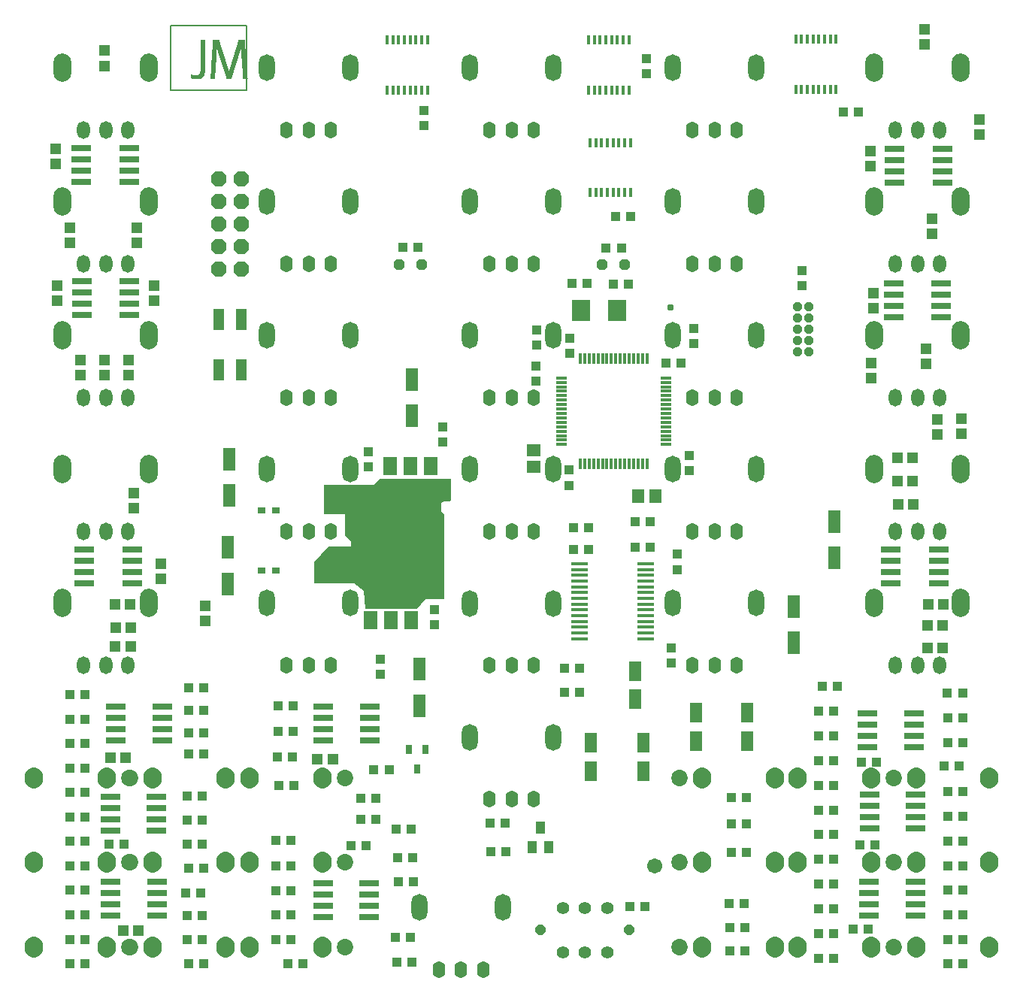
<source format=gts>
G04 DipTrace 3.3.0.0*
G04 uElements22_02.GTS*
%MOIN*%
G04 #@! TF.FileFunction,Soldermask,Top*
G04 #@! TF.Part,Single*
%AMOUTLINE0*
4,1,4,
0.027559,-0.051181,
0.027559,0.051181,
-0.027559,0.051181,
-0.027559,-0.051181,
0.027559,-0.051181,
0*%
%AMOUTLINE1*
4,1,4,
-0.027559,0.051181,
-0.027559,-0.051181,
0.027559,-0.051181,
0.027559,0.051181,
-0.027559,0.051181,
0*%
%AMOUTLINE2*
4,1,4,
0.029528,-0.025591,
0.029528,0.025591,
-0.029528,0.025591,
-0.029528,-0.025591,
0.029528,-0.025591,
0*%
%AMOUTLINE3*
4,1,4,
-0.025591,-0.029528,
0.025591,-0.029528,
0.025591,0.029528,
-0.025591,0.029528,
-0.025591,-0.029528,
0*%
%AMOUTLINE4*
4,1,4,
-0.027559,0.043307,
-0.027559,-0.043307,
0.027559,-0.043307,
0.027559,0.043307,
-0.027559,0.043307,
0*%
%AMOUTLINE5*
4,1,4,
-0.01378,-0.019685,
0.01378,-0.019685,
0.01378,0.019685,
-0.01378,0.019685,
-0.01378,-0.019685,
0*%
%AMOUTLINE6*
4,1,4,
0.0295,0.0395,
-0.0295,0.0395,
-0.0295,-0.0395,
0.0295,-0.0395,
0.0295,0.0395,
0*%
%AMOUTLINE7*
4,1,4,
0.075,0.0395,
-0.075,0.0395,
-0.075,-0.0395,
0.075,-0.0395,
0.075,0.0395,
0*%
%AMOUTLINE8*
4,1,4,
-0.00689,-0.019685,
0.00689,-0.019685,
0.00689,0.019685,
-0.00689,0.019685,
-0.00689,-0.019685,
0*%
%AMOUTLINE9*
4,1,4,
0.00689,0.019685,
-0.00689,0.019685,
-0.00689,-0.019685,
0.00689,-0.019685,
0.00689,0.019685,
0*%
%AMOUTLINE10*
4,1,4,
-0.0295,-0.0395,
0.0295,-0.0395,
0.0295,0.0395,
-0.0295,0.0395,
-0.0295,-0.0395,
0*%
%AMOUTLINE11*
4,1,4,
-0.075,-0.0395,
0.075,-0.0395,
0.075,0.0395,
-0.075,0.0395,
-0.075,-0.0395,
0*%
%AMOUTLINE12*
4,1,4,
-0.043307,0.011811,
-0.043307,-0.011811,
0.043307,-0.011811,
0.043307,0.011811,
-0.043307,0.011811,
0*%
%AMOUTLINE13*
4,1,4,
-0.005906,-0.023622,
0.005906,-0.023622,
0.005906,0.023622,
-0.005906,0.023622,
-0.005906,-0.023622,
0*%
%AMOUTLINE14*
4,1,4,
0.023622,-0.005906,
0.023622,0.005906,
-0.023622,0.005906,
-0.023622,-0.005906,
0.023622,-0.005906,
0*%
%AMOUTLINE15*
4,1,4,
0.005906,0.023622,
-0.005906,0.023622,
-0.005906,-0.023622,
0.005906,-0.023622,
0.005906,0.023622,
0*%
%AMOUTLINE16*
4,1,4,
-0.023622,0.005906,
-0.023622,-0.005906,
0.023622,-0.005906,
0.023622,0.005906,
-0.023622,0.005906,
0*%
%AMOUTLINE17*
4,1,4,
0.0375,0.0075,
-0.0375,0.0075,
-0.0375,-0.0075,
0.0375,-0.0075,
0.0375,0.0075,
0*%
%AMOUTLINE19*
4,1,16,
-0.0415,-0.005451,
-0.037483,-0.023051,
-0.025939,-0.037527,
-0.009258,-0.04556,
0.009258,-0.04556,
0.025939,-0.037527,
0.037483,-0.023051,
0.0415,-0.005451,
0.0415,0.005451,
0.037483,0.023051,
0.025939,0.037527,
0.009258,0.04556,
-0.009258,0.04556,
-0.025939,0.037527,
-0.037483,0.023051,
-0.0415,0.005451,
-0.0415,-0.005451,
0*%
%AMOUTLINE22*
4,1,16,
0.0415,0.005451,
0.037483,0.023051,
0.025939,0.037527,
0.009258,0.04556,
-0.009258,0.04556,
-0.025939,0.037527,
-0.037483,0.023051,
-0.0415,0.005451,
-0.0415,-0.005451,
-0.037483,-0.023051,
-0.025939,-0.037527,
-0.009258,-0.04556,
0.009258,-0.04556,
0.025939,-0.037527,
0.037483,-0.023051,
0.0415,-0.005451,
0.0415,0.005451,
0*%
%AMOUTLINE24*
4,1,8,
0.008419,0.020325,
0.020325,0.008419,
0.020325,-0.008419,
0.008419,-0.020325,
-0.008419,-0.020325,
-0.020325,-0.008419,
-0.020325,0.008419,
-0.008419,0.020325,
0.008419,0.020325,
0*%
%AMOUTLINE25*
4,1,8,
-0.014159,-0.034184,
-0.034184,-0.014159,
-0.034184,0.014159,
-0.014159,0.034184,
0.014159,0.034184,
0.034184,0.014159,
0.034184,-0.014159,
0.014159,-0.034184,
-0.014159,-0.034184,
0*%
%AMOUTLINE26*
4,1,4,
0.016732,0.01378,
-0.016732,0.01378,
-0.016732,-0.01378,
0.016732,-0.01378,
0.016732,0.01378,
0*%
%AMOUTLINE27*
4,1,8,
0.024021,0.00995,
0.00995,0.024021,
-0.00995,0.024021,
-0.024021,0.00995,
-0.024021,-0.00995,
-0.00995,-0.024021,
0.00995,-0.024021,
0.024021,-0.00995,
0.024021,0.00995,
0*%
%AMOUTLINE28*
4,1,4,
0.019685,0.027559,
-0.019685,0.027559,
-0.019685,-0.027559,
0.019685,-0.027559,
0.019685,0.027559,
0*%
%AMOUTLINE29*
4,1,8,
0.02197,0.0091,
0.0091,0.02197,
-0.0091,0.02197,
-0.02197,0.0091,
-0.02197,-0.0091,
-0.0091,-0.02197,
0.0091,-0.02197,
0.02197,-0.0091,
0.02197,0.0091,
0*%
%AMOUTLINE30*
4,1,36,
-0.002605,0.014772,
-0.00513,0.014096,
-0.0075,0.012991,
-0.009642,0.011491,
-0.011491,0.009642,
-0.012991,0.0075,
-0.014096,0.00513,
-0.014772,0.002605,
-0.015,0.0,
-0.014772,-0.002605,
-0.014096,-0.00513,
-0.012991,-0.0075,
-0.011491,-0.009642,
-0.009642,-0.011491,
-0.0075,-0.012991,
-0.00513,-0.014096,
-0.002605,-0.014772,
0.0,-0.015,
0.002605,-0.014772,
0.00513,-0.014096,
0.0075,-0.012991,
0.009642,-0.011491,
0.011491,-0.009642,
0.012991,-0.0075,
0.014096,-0.00513,
0.014772,-0.002605,
0.015,0.0,
0.014772,0.002605,
0.014096,0.00513,
0.012991,0.0075,
0.011491,0.009642,
0.009642,0.011491,
0.0075,0.012991,
0.00513,0.014096,
0.002605,0.014772,
0.0,0.015,
-0.002605,0.014772,
0*%
%ADD12C,0.001*%
%ADD20C,0.006*%
%ADD32R,0.043307X0.03937*%
%ADD33R,0.03937X0.043307*%
%ADD42R,0.07874X0.094488*%
%ADD43O,0.055X0.074*%
%ADD44O,0.072X0.118*%
%ADD47C,0.055433*%
%ADD64C,0.067055*%
%ADD66R,0.08674X0.031622*%
%ADD70O,0.078866X0.12611*%
%ADD72O,0.058X0.078*%
%ADD80C,0.073*%
%ADD82R,0.04737X0.094614*%
%ADD86R,0.04737X0.051307*%
%ADD88R,0.051307X0.04737*%
%ADD91OUTLINE0*%
%ADD92OUTLINE1*%
%ADD93OUTLINE2*%
%ADD94OUTLINE3*%
%ADD95OUTLINE4*%
%ADD96OUTLINE5*%
%ADD97OUTLINE6*%
%ADD98OUTLINE7*%
%ADD99OUTLINE8*%
%ADD100OUTLINE9*%
%ADD101OUTLINE10*%
%ADD102OUTLINE11*%
%ADD103OUTLINE12*%
%ADD104OUTLINE13*%
%ADD105OUTLINE14*%
%ADD106OUTLINE15*%
%ADD107OUTLINE16*%
%ADD108OUTLINE17*%
%ADD110OUTLINE19*%
%ADD113OUTLINE22*%
%ADD115OUTLINE24*%
%ADD116OUTLINE25*%
%ADD117OUTLINE26*%
%ADD118OUTLINE27*%
%ADD119OUTLINE28*%
%ADD120OUTLINE29*%
%ADD121OUTLINE30*%
%FSLAX26Y26*%
G04*
G70*
G90*
G75*
G01*
G04 TopMask*
%LPD*%
D91*
X1317709Y2572419D3*
Y2733836D3*
D32*
X2025249Y1356500D3*
X1958320D3*
D91*
X1310131Y2180512D3*
Y2341929D3*
D33*
X2225249Y2000251D3*
Y2067180D3*
X1933577Y2699444D3*
Y2766373D3*
D32*
X3096756Y3810403D3*
X3029827D3*
D33*
X2262008Y2810215D3*
Y2877144D3*
X1985709Y1845101D3*
Y1778172D3*
D91*
X2125531Y2925227D3*
Y3086644D3*
D92*
X2160068Y1801928D3*
Y1640510D3*
D32*
X2903361Y3511178D3*
X2836432D3*
X3020274Y3508016D3*
X3087203D3*
X4111991Y1021615D3*
X4178920D3*
X4570104Y1475793D3*
X4503175D3*
X3929286Y1505906D3*
X3996215D3*
D33*
X2180029Y4279361D3*
Y4212432D3*
X2678614Y3238413D3*
Y3305343D3*
X2825530Y3203176D3*
Y3270105D3*
D32*
X1196215Y601344D3*
X1129286D3*
X610535Y603626D3*
X677465D3*
X3254038Y3159555D3*
X3320967D3*
D33*
X2675635Y3077583D3*
Y3144512D3*
D32*
X4084049Y648031D3*
X4150978D3*
X4570104Y603088D3*
X4503175D3*
X3929286Y738312D3*
X3996215D3*
X1532538Y1526109D3*
X1599467D3*
X4570104Y1039440D3*
X4503175D3*
X1196215Y1026344D3*
X1129286D3*
D33*
X3168113Y4441104D3*
Y4508033D3*
D32*
X3929286Y1067281D3*
X3996215D3*
D93*
X2665650Y2772895D3*
Y2698092D3*
D32*
X783496Y1025486D3*
X850425D3*
D33*
X2823703Y2684110D3*
Y2617181D3*
X3357567Y2749777D3*
Y2682848D3*
D94*
X3206379Y2568016D3*
X3131576D3*
D32*
X2842304Y2427501D3*
X2909234D3*
X4121490Y1390383D3*
X4188419D3*
X2844575Y2333780D3*
X2911504D3*
D33*
X3303083Y2243827D3*
Y2310756D3*
D95*
X3151972Y1475573D3*
Y1349589D3*
D32*
X610535Y1037709D3*
X677465D3*
X1202465Y1520126D3*
X1135535D3*
X1524407Y710598D3*
X1591336D3*
X1643543Y495959D3*
X1576614D3*
X1856962Y1018665D3*
X1923891D3*
X2803063Y1806592D3*
X2869992D3*
D33*
X3275899Y1897126D3*
Y1830197D3*
D32*
X2803063Y1700343D3*
X2869992D3*
X2133248Y859043D3*
X2066319D3*
X610535Y1471791D3*
X677465D3*
X4041290Y4272063D3*
X4108219D3*
D95*
X3118238Y1793593D3*
Y1667609D3*
X2921520Y1475202D3*
Y1349218D3*
D32*
X3543799Y1230598D3*
X3610728D3*
D95*
X3613587Y1607478D3*
Y1481493D3*
X3386664Y1607782D3*
Y1481798D3*
D32*
X3533370Y761318D3*
X3600299D3*
D88*
X790734Y1408209D3*
X857663D3*
X1708274Y1401626D3*
X1775203D3*
X845804Y641505D3*
X912734D3*
D92*
X4000249Y2456500D3*
Y2295083D3*
D91*
X3819000Y1919000D3*
Y2080417D3*
D82*
X1269978Y3127488D3*
X1369978D3*
Y3352291D3*
X1269978D3*
D96*
X2187420Y1445819D3*
X2112617D3*
X2150018Y1359205D3*
D97*
X1944000Y2019000D3*
X2034000D3*
X2124000D3*
D98*
X2033000Y2267000D3*
D99*
X3089521Y4592720D3*
X3063930D3*
X3038340D3*
X3012749D3*
X2987159D3*
X2961568D3*
X2935978D3*
X2910387D3*
D100*
Y4370280D3*
X2935978D3*
X2961568D3*
X2987159D3*
X3012749D3*
X3038340D3*
X3063930D3*
X3089521D3*
D101*
X2210110Y2702647D3*
X2120110D3*
X2030110D3*
D102*
X2121110Y2454647D3*
D99*
X2195772Y4592720D3*
X2170181D3*
X2144591D3*
X2119000D3*
X2093409D3*
X2067819D3*
X2042228D3*
X2016638D3*
D100*
Y4370280D3*
X2042228D3*
X2067819D3*
X2093409D3*
X2119000D3*
X2144591D3*
X2170181D3*
X2195772D3*
D103*
X1939147Y1485378D3*
Y1535378D3*
Y1585378D3*
Y1635378D3*
X1734423D3*
Y1585378D3*
Y1535378D3*
Y1485378D3*
X4352612Y1456257D3*
Y1506257D3*
Y1556257D3*
Y1606257D3*
X4147887D3*
Y1556257D3*
Y1506257D3*
Y1456257D3*
D99*
X4008272Y4595052D3*
X3982681D3*
X3957091D3*
X3931500D3*
X3905909D3*
X3880319D3*
X3854728D3*
X3829138D3*
D100*
Y4372612D3*
X3854728D3*
X3880319D3*
X3905909D3*
X3931500D3*
X3957091D3*
X3982681D3*
X4008272D3*
D103*
X4358936Y709521D3*
Y759521D3*
Y809521D3*
Y859521D3*
X4154211D3*
Y809521D3*
Y759521D3*
Y709521D3*
D104*
X3169000Y3179168D3*
X3149315D3*
X3129630D3*
X3109945D3*
X3090260D3*
X3070575D3*
X3050890D3*
X3031205D3*
X3011520D3*
X2991835D3*
X2972150D3*
X2952465D3*
X2932780D3*
X2913094D3*
X2893409D3*
X2873724D3*
D105*
X2788646Y3093089D3*
Y3073404D3*
Y3053719D3*
Y3034034D3*
Y3014349D3*
Y2994664D3*
Y2974979D3*
Y2955294D3*
Y2935609D3*
Y2915924D3*
Y2896239D3*
Y2876554D3*
Y2856869D3*
Y2837184D3*
Y2817499D3*
Y2797814D3*
D106*
X2873724Y2713735D3*
X2893409D3*
X2913094D3*
X2932780D3*
X2952465D3*
X2972150D3*
X2991835D3*
X3011520D3*
X3031205D3*
X3050890D3*
X3070575D3*
X3090260D3*
X3109945D3*
X3129630D3*
X3149315D3*
X3169000D3*
D107*
X3255079Y2797814D3*
Y2817499D3*
Y2837184D3*
Y2856869D3*
Y2876554D3*
Y2896239D3*
Y2915924D3*
Y2935609D3*
Y2955294D3*
Y2974979D3*
Y2994664D3*
Y3014349D3*
Y3034034D3*
Y3053719D3*
Y3073404D3*
Y3093089D3*
D99*
X3095772Y4136471D3*
X3070181D3*
X3044591D3*
X3019000D3*
X2993409D3*
X2967819D3*
X2942228D3*
X2916638D3*
D100*
Y3914030D3*
X2942228D3*
X2967819D3*
X2993409D3*
X3019000D3*
X3044591D3*
X3070181D3*
X3095772D3*
D108*
X2869000Y2269000D3*
Y2243409D3*
Y2217819D3*
Y2192228D3*
Y2166638D3*
Y2141047D3*
Y2115457D3*
Y2089866D3*
Y2064276D3*
Y2038685D3*
Y2013094D3*
Y1987504D3*
Y1961913D3*
Y1936323D3*
X3164449D3*
Y1961913D3*
Y1987504D3*
Y2013094D3*
Y2038685D3*
Y2064276D3*
Y2089866D3*
Y2115457D3*
Y2141047D3*
Y2166638D3*
Y2192228D3*
Y2217819D3*
Y2243409D3*
Y2269000D3*
D103*
X996362Y708160D3*
Y758160D3*
Y808160D3*
Y858160D3*
X791638D3*
Y808160D3*
Y758160D3*
Y708160D3*
X1937289Y702159D3*
Y752159D3*
Y802159D3*
Y852159D3*
X1732564D3*
Y802159D3*
Y752159D3*
Y702159D3*
X4360381Y1094651D3*
Y1144651D3*
Y1194651D3*
Y1244651D3*
X4155656D3*
Y1194651D3*
Y1144651D3*
Y1094651D3*
X994000Y1085555D3*
Y1135555D3*
Y1185555D3*
Y1235555D3*
X789276D3*
Y1185555D3*
Y1135555D3*
Y1085555D3*
X1019000Y1485555D3*
Y1535555D3*
Y1585555D3*
Y1635555D3*
X814276D3*
Y1585555D3*
Y1535555D3*
Y1485555D3*
D110*
X4162251Y944000D3*
X3837251D3*
D80*
X4262251D3*
D113*
X3413251D3*
X3738251D3*
D80*
X3313251D3*
D113*
X1731000Y945105D3*
X1406000D3*
D80*
X1831000D3*
D113*
X975749D3*
X1300749D3*
D80*
X875749D3*
D113*
X3413301Y569000D3*
X3738301D3*
D80*
X3313301D3*
D113*
X4162097Y568982D3*
X3837097D3*
D80*
X4262097D3*
D113*
X1731000Y570105D3*
X1406000D3*
D80*
X1831000D3*
D113*
X975749D3*
X1300749D3*
D80*
X875749D3*
D110*
X3413251Y1319000D3*
X3738251D3*
D80*
X3313251D3*
D110*
X4162251D3*
X3837251D3*
D80*
X4262251D3*
D113*
X4363249Y569000D3*
X4688249D3*
D80*
X4263249D3*
D113*
X4363249Y944000D3*
X4688249D3*
D80*
X4263249D3*
D110*
X4363249Y1319000D3*
X4688249D3*
D80*
X4263249D3*
D110*
X1731000D3*
X1406000D3*
D80*
X1831000D3*
D110*
X975749D3*
X1300749D3*
D80*
X875749D3*
D110*
X774749Y569000D3*
X449749D3*
D80*
X874749D3*
D110*
X774749Y944000D3*
X449749D3*
D80*
X874749D3*
D113*
X774749Y1319000D3*
X449749D3*
D80*
X874749D3*
D115*
X3886484Y3210264D3*
X3836486D3*
X3886484Y3260264D3*
X3836486D3*
X3886484Y3310264D3*
X3836486D3*
X3886484Y3360264D3*
X3836486D3*
X3886484Y3410264D3*
X3836486D3*
D116*
X1268643Y3976979D3*
X1368643D3*
X1268643Y3876979D3*
X1368643D3*
X1268643Y3776979D3*
X1368643D3*
X1268643Y3676979D3*
X1368643D3*
X1268643Y3576979D3*
X1368643D3*
D117*
X1458932Y2506867D3*
X1521924D3*
X1459323Y2238241D3*
X1522315D3*
D118*
X2969000Y3594000D3*
X3069000D3*
X2069000D3*
X2169000D3*
D42*
X2875875Y3393644D3*
X3036151D3*
D119*
X2658726Y1013524D3*
X2696127Y1100138D3*
X2733529Y1013524D3*
D32*
X1900824Y1134194D3*
X1967753D3*
X1900280Y1229327D3*
X1967209D3*
D43*
X2245575Y468409D3*
X2344000D3*
X2442425D3*
D44*
X2158961Y744000D3*
X2529039D3*
D43*
X2470575Y1224409D3*
X2569000D3*
X2667425D3*
D44*
X2383961Y1500000D3*
X2754039D3*
D43*
X2470575Y1818169D3*
X2569000D3*
X2667425D3*
D44*
X2383961Y2093760D3*
X2754039D3*
D43*
X2470575Y2412160D3*
X2569000D3*
X2667425D3*
D44*
X2383961Y2687751D3*
X2754039D3*
D43*
X2470575Y4193224D3*
X2569000D3*
X2667425D3*
D44*
X2383961Y4468815D3*
X2754039D3*
D43*
X2470575Y3599472D3*
X2569000D3*
X2667425D3*
D44*
X2383961Y3875063D3*
X2754039D3*
D43*
X2470575Y3005722D3*
X2569000D3*
X2667425D3*
D44*
X2383961Y3281312D3*
X2754039D3*
D32*
X3092566Y749202D3*
X3159495D3*
X4503175Y1584881D3*
X4570104D3*
X3996215Y1615562D3*
X3929286D3*
X4568577Y1693969D3*
X4501648D3*
X4552936Y1372428D3*
X4486007D3*
X3929286Y1396249D3*
X3996215D3*
X3948037Y1725218D3*
X4014966D3*
X1129286Y707583D3*
X1196215D3*
X677465Y712146D3*
X610535D3*
X1189966Y807572D3*
X1123037D3*
X1202465Y495105D3*
X1135535D3*
X610535D3*
X677465D3*
X610535Y820667D3*
X677465D3*
D43*
X3370575Y3599660D3*
X3469000D3*
X3567425D3*
D44*
X3283961Y3875251D3*
X3654039D3*
D43*
X1570575Y2412409D3*
X1669000D3*
X1767425D3*
D44*
X1483961Y2688000D3*
X1854039D3*
D43*
X3370575Y2412160D3*
X3469000D3*
X3567425D3*
D44*
X3283961Y2687751D3*
X3654039D3*
D43*
X1570575Y3599660D3*
X1669000D3*
X1767425D3*
D44*
X1483961Y3875251D3*
X1854039D3*
D32*
X4503175Y712176D3*
X4570104D3*
X3996215Y628656D3*
X3929286D3*
X1129286Y1132583D3*
X1196215D3*
X1537043Y1287199D3*
X1603972D3*
X1531150Y1413080D3*
X1598079D3*
X4570104Y930352D3*
X4503175D3*
X4570104Y1257617D3*
X4503175D3*
X1599467Y1638609D3*
X1532538D3*
X4503175Y1148529D3*
X4570104D3*
Y494000D3*
X4503175D3*
X4570104Y821264D3*
X4503175D3*
X3929286Y847969D3*
X3996215D3*
X3929286Y519000D3*
X3996215D3*
X3929286Y1286593D3*
X3996215D3*
X3929286Y957625D3*
X3996215D3*
X1202465Y920105D3*
X1135535D3*
X1196215Y1238822D3*
X1129286D3*
X2153437Y3672949D3*
X2086508D3*
D33*
X3856500Y3502071D3*
Y3569000D3*
D32*
X3996215Y1176937D3*
X3929286D3*
X3055423Y3669350D3*
X2988493D3*
X677465Y1146228D3*
X610535D3*
X1135535Y1620115D3*
X1202465D3*
D33*
X3375249Y3312751D3*
Y3245822D3*
D32*
X1591336Y820365D3*
X1524407D3*
X3115408Y2454277D3*
X3182337D3*
X3118108Y2343870D3*
X3185037D3*
X610535Y1254749D3*
X677465D3*
X610535Y929188D3*
X677465D3*
X1202465Y1426386D3*
X1135535D3*
X1202465Y1720105D3*
X1135535D3*
X1524407Y930131D3*
X1591336D3*
X1522694Y1043127D3*
X1589623D3*
X2541673Y1117419D3*
X2474744D3*
D43*
X3370575Y1818409D3*
X3469000D3*
X3567425D3*
D44*
X3283961Y2094000D3*
X3654039D3*
D43*
X3370575Y3005909D3*
X3469000D3*
X3567425D3*
D44*
X3283961Y3281500D3*
X3654039D3*
D43*
X3370575Y4193409D3*
X3469000D3*
X3567425D3*
D44*
X3283961Y4469000D3*
X3654039D3*
D43*
X1570575Y1818409D3*
X1669000D3*
X1767425D3*
D44*
X1483961Y2094000D3*
X1854039D3*
D43*
X1570575Y3005909D3*
X1669000D3*
X1767425D3*
D44*
X1483961Y3281500D3*
X1854039D3*
D43*
X1570575Y4193409D3*
X1669000D3*
X1767425D3*
D44*
X1483961Y4469000D3*
X1854039D3*
D32*
X2477756Y992022D3*
X2544685D3*
X2129375Y964954D3*
X2062446D3*
X2124619Y1093034D3*
X2057690D3*
X610535Y1363270D3*
X677465D3*
X610535Y1688832D3*
X677465D3*
X2054375Y612220D3*
X2121304D3*
X677465Y1580311D3*
X610535D3*
X3610430Y1115161D3*
X3543501D3*
X3543799Y988832D3*
X3610728D3*
D72*
X4270000Y1818000D3*
X4369000D3*
X4468000D3*
D70*
X4178055Y2094000D3*
X4559945D3*
D72*
X4270000Y2411749D3*
X4369000D3*
X4468000D3*
D70*
X4178055Y2687749D3*
X4559945D3*
D72*
X4270000Y3005500D3*
X4369000D3*
X4468000D3*
D70*
X4178055Y3281500D3*
X4559945D3*
D72*
X4270000Y3599249D3*
X4369000D3*
X4468000D3*
D70*
X4178055Y3875249D3*
X4559945D3*
D72*
X4270000Y4193000D3*
X4369000D3*
X4468000D3*
D70*
X4178055Y4469000D3*
X4559945D3*
D72*
X670000Y1818000D3*
X769000D3*
X868000D3*
D70*
X578055Y2094000D3*
X959945D3*
D72*
X670000Y2411751D3*
X769000D3*
X868000D3*
D70*
X578055Y2687751D3*
X959945D3*
D72*
X670000Y3005500D3*
X769000D3*
X868000D3*
D70*
X578055Y3281500D3*
X959945D3*
D72*
X670000Y3599251D3*
X769000D3*
X868000D3*
D70*
X578055Y3875251D3*
X959945D3*
D72*
X670000Y4193000D3*
X769000D3*
X868000D3*
D70*
X578055Y4469000D3*
X959945D3*
D32*
X3535589Y552871D3*
X3602518D3*
X3604736Y655079D3*
X3537807D3*
X1524407Y600831D3*
X1591336D3*
X2126034Y501963D3*
X2059105D3*
D86*
X4434995Y3800298D3*
Y3733369D3*
X4173056Y3470546D3*
Y3403617D3*
X4164911Y3092832D3*
Y3159761D3*
D88*
X4416785Y2089965D3*
X4483714D3*
X4481500Y1994000D3*
X4414571D3*
X4481500Y1894000D3*
X4414571D3*
X4349696Y2532929D3*
X4282766D3*
X4281049Y2634967D3*
X4347978D3*
X4279558Y2740350D3*
X4346487D3*
D86*
X4408177Y3222619D3*
Y3155690D3*
X4458354Y2843185D3*
Y2910114D3*
X4563144Y2844516D3*
Y2911445D3*
D88*
X810504Y2088207D3*
X877433D3*
X881474Y1984588D3*
X814545D3*
X878720Y1903470D3*
X811791D3*
D86*
X894075Y2581786D3*
Y2514857D3*
X1012169Y2268396D3*
Y2201467D3*
X1210185Y2015853D3*
Y2082782D3*
X984322Y3435824D3*
Y3502753D3*
X762749Y3104286D3*
Y3171215D3*
X869000Y3104286D3*
Y3171215D3*
X908259Y3759673D3*
Y3692744D3*
X553597Y3502995D3*
Y3436066D3*
X656500Y3104286D3*
Y3171215D3*
X762749Y4544000D3*
Y4477071D3*
X546613Y4109207D3*
Y4042278D3*
X609609Y3692409D3*
Y3759339D3*
X4401669Y4570824D3*
Y4637753D3*
X4160121Y4100278D3*
Y4033349D3*
X4644293Y4172034D3*
Y4238963D3*
D120*
X3090850Y644000D3*
X2697150D3*
D47*
X2992425Y545575D3*
X2894000D3*
X2795575D3*
X2992425Y742425D3*
X2894000D3*
X2795575D3*
D121*
X3273996Y3403951D3*
D66*
X4250251Y2331500D3*
Y2281500D3*
Y2231500D3*
Y2181500D3*
X4462849D3*
Y2231500D3*
Y2281500D3*
Y2331500D3*
X4262475Y3510862D3*
Y3460862D3*
Y3410862D3*
Y3360862D3*
X4475073D3*
Y3410862D3*
Y3460862D3*
Y3510862D3*
X674248Y2333909D3*
Y2283909D3*
Y2233909D3*
Y2183909D3*
X886846D3*
Y2233909D3*
Y2283909D3*
Y2333909D3*
X662035Y3523055D3*
Y3473055D3*
Y3423055D3*
Y3373055D3*
X874634D3*
Y3423055D3*
Y3473055D3*
Y3523055D3*
X659568Y4112902D3*
Y4062902D3*
Y4012902D3*
Y3962902D3*
X872167D3*
Y4012902D3*
Y4062902D3*
Y4112902D3*
X4267738Y4109017D3*
Y4059017D3*
Y4009017D3*
Y3959017D3*
X4480336D3*
Y4009017D3*
Y4059017D3*
Y4109017D3*
D64*
X3203423Y928185D3*
G36*
X1694000Y2181500D2*
X1869000D1*
X1912749Y2150251D1*
X1919000Y2069000D1*
X2150249D1*
X2187749Y2112751D1*
X2269000D1*
Y2487751D1*
X2256500Y2500251D1*
Y2537751D1*
X2269000Y2544000D1*
X2294000D1*
X2300249Y2550251D1*
Y2644000D1*
X1987749D1*
X1956500Y2619000D1*
X1737749D1*
Y2487751D1*
X1831500D1*
Y2394000D1*
X1856500Y2369000D1*
Y2344000D1*
X1756500D1*
X1694000Y2275251D1*
D1*
Y2181500D1*
G37*
X1056500Y4656500D2*
D20*
X1394000D1*
Y4369000D1*
X1056500D1*
Y4656500D1*
X1189329Y4592651D2*
D12*
X1206329D1*
X1244329D2*
X1268329D1*
X1359329D2*
X1382329D1*
X1189329Y4591651D2*
X1206329D1*
X1244329D2*
X1268484D1*
X1358830D2*
X1382329D1*
X1189329Y4590651D2*
X1206329D1*
X1244329D2*
X1268736D1*
X1358414D2*
X1382329D1*
X1189329Y4589651D2*
X1206329D1*
X1244329D2*
X1269030D1*
X1358025D2*
X1382329D1*
X1189329Y4588651D2*
X1206329D1*
X1244329D2*
X1269332D1*
X1357669D2*
X1382329D1*
X1189329Y4587651D2*
X1206329D1*
X1244329D2*
X1269669D1*
X1357341D2*
X1382329D1*
X1189329Y4586651D2*
X1206329D1*
X1244329D2*
X1270003D1*
X1356995D2*
X1382329D1*
X1189329Y4585651D2*
X1206329D1*
X1244329D2*
X1270322D1*
X1356658D2*
X1382329D1*
X1189329Y4584651D2*
X1206329D1*
X1244329D2*
X1270665D1*
X1356337D2*
X1382333D1*
X1189329Y4583651D2*
X1206329D1*
X1244329D2*
X1271002D1*
X1355994D2*
X1382368D1*
X1189329Y4582651D2*
X1206329D1*
X1244329D2*
X1271322D1*
X1355657D2*
X1382496D1*
X1189329Y4581651D2*
X1206329D1*
X1244325D2*
X1271665D1*
X1355337D2*
X1382735D1*
X1189329Y4580651D2*
X1206329D1*
X1244290D2*
X1272001D1*
X1354998D2*
X1382992D1*
X1189329Y4579651D2*
X1206329D1*
X1244163D2*
X1272322D1*
X1354692D2*
X1383166D1*
X1189329Y4578651D2*
X1206329D1*
X1243923D2*
X1272665D1*
X1354464D2*
X1383259D1*
X1189329Y4577651D2*
X1206329D1*
X1243667D2*
X1273001D1*
X1354237D2*
X1383301D1*
X1189329Y4576651D2*
X1206329D1*
X1243493D2*
X1273322D1*
X1353949D2*
X1383319D1*
X1189329Y4575651D2*
X1206329D1*
X1243400D2*
X1273661D1*
X1353639D2*
X1383326D1*
X1189329Y4574651D2*
X1206329D1*
X1243357D2*
X1273966D1*
X1353330D2*
X1383328D1*
X1189329Y4573651D2*
X1206329D1*
X1243340D2*
X1274194D1*
X1352991D2*
X1383329D1*
X1189329Y4572651D2*
X1206329D1*
X1243333D2*
X1274422D1*
X1352656D2*
X1383329D1*
X1189329Y4571651D2*
X1206329D1*
X1243331D2*
X1274710D1*
X1352337D2*
X1383333D1*
X1189329Y4570651D2*
X1206329D1*
X1243330D2*
X1275020D1*
X1351994D2*
X1383368D1*
X1189329Y4569651D2*
X1206329D1*
X1243330D2*
X1275329D1*
X1351657D2*
X1383496D1*
X1189329Y4568651D2*
X1206329D1*
X1243329D2*
X1275668D1*
X1351337D2*
X1383735D1*
X1189329Y4567651D2*
X1206329D1*
X1243329D2*
X1276002D1*
X1350998D2*
X1383992D1*
X1189329Y4566651D2*
X1206329D1*
X1243325D2*
X1276322D1*
X1350692D2*
X1384166D1*
X1189329Y4565651D2*
X1206329D1*
X1243290D2*
X1276665D1*
X1350464D2*
X1384259D1*
X1189329Y4564651D2*
X1206329D1*
X1243163D2*
X1277002D1*
X1350237D2*
X1384301D1*
X1189329Y4563651D2*
X1206329D1*
X1242923D2*
X1277322D1*
X1349949D2*
X1384319D1*
X1189329Y4562651D2*
X1206329D1*
X1242667D2*
X1277665D1*
X1349639D2*
X1384326D1*
X1189329Y4561651D2*
X1206329D1*
X1242493D2*
X1278001D1*
X1349330D2*
X1384328D1*
X1189329Y4560651D2*
X1206329D1*
X1242400D2*
X1278322D1*
X1348991D2*
X1384329D1*
X1189329Y4559651D2*
X1206329D1*
X1242357D2*
X1259329D1*
X1261367D2*
X1278665D1*
X1348656D2*
X1366175D1*
X1368329D2*
X1384329D1*
X1189329Y4558651D2*
X1206329D1*
X1242340D2*
X1259329D1*
X1261496D2*
X1279001D1*
X1348337D2*
X1365927D1*
X1368329D2*
X1384333D1*
X1189329Y4557651D2*
X1206329D1*
X1242333D2*
X1259329D1*
X1261739D2*
X1279322D1*
X1347994D2*
X1365664D1*
X1368329D2*
X1384368D1*
X1189329Y4556651D2*
X1206329D1*
X1242331D2*
X1259329D1*
X1262031D2*
X1279665D1*
X1347657D2*
X1365454D1*
X1368329D2*
X1384496D1*
X1189329Y4555651D2*
X1206329D1*
X1242330D2*
X1259325D1*
X1262333D2*
X1280001D1*
X1347337D2*
X1365233D1*
X1368329D2*
X1384735D1*
X1189329Y4554651D2*
X1206329D1*
X1242330D2*
X1259290D1*
X1262669D2*
X1280322D1*
X1346994D2*
X1364948D1*
X1368329D2*
X1384992D1*
X1189329Y4553651D2*
X1206329D1*
X1242329D2*
X1259163D1*
X1263003D2*
X1280665D1*
X1346657D2*
X1364638D1*
X1368329D2*
X1385166D1*
X1189329Y4552651D2*
X1206329D1*
X1242329D2*
X1258923D1*
X1263322D2*
X1281001D1*
X1346337D2*
X1364330D1*
X1368333D2*
X1385259D1*
X1189329Y4551651D2*
X1206329D1*
X1242325D2*
X1258667D1*
X1263665D2*
X1281322D1*
X1345998D2*
X1363991D1*
X1368368D2*
X1385301D1*
X1189329Y4550651D2*
X1206329D1*
X1242290D2*
X1258493D1*
X1264002D2*
X1281661D1*
X1345692D2*
X1363656D1*
X1368496D2*
X1385319D1*
X1189329Y4549651D2*
X1206329D1*
X1242163D2*
X1258400D1*
X1264322D2*
X1281966D1*
X1345464D2*
X1363337D1*
X1368735D2*
X1385326D1*
X1189329Y4548651D2*
X1206329D1*
X1241923D2*
X1258357D1*
X1264661D2*
X1282194D1*
X1345237D2*
X1362994D1*
X1368992D2*
X1385328D1*
X1189329Y4547651D2*
X1206329D1*
X1241667D2*
X1258340D1*
X1264966D2*
X1282422D1*
X1344949D2*
X1362657D1*
X1369166D2*
X1385329D1*
X1189329Y4546651D2*
X1206329D1*
X1241493D2*
X1258333D1*
X1265194D2*
X1282710D1*
X1344639D2*
X1362337D1*
X1369259D2*
X1385329D1*
X1189329Y4545651D2*
X1206329D1*
X1241400D2*
X1258331D1*
X1265422D2*
X1283020D1*
X1344330D2*
X1361994D1*
X1369301D2*
X1385333D1*
X1189329Y4544651D2*
X1206329D1*
X1241357D2*
X1258330D1*
X1265710D2*
X1283329D1*
X1343991D2*
X1361657D1*
X1369319D2*
X1385368D1*
X1189329Y4543651D2*
X1206329D1*
X1241340D2*
X1258330D1*
X1266020D2*
X1283668D1*
X1343656D2*
X1361337D1*
X1369326D2*
X1385496D1*
X1189329Y4542651D2*
X1206329D1*
X1241333D2*
X1258329D1*
X1266329D2*
X1284002D1*
X1343337D2*
X1360998D1*
X1369328D2*
X1385735D1*
X1189329Y4541651D2*
X1206329D1*
X1241331D2*
X1258329D1*
X1266668D2*
X1284322D1*
X1342994D2*
X1360692D1*
X1369329D2*
X1385992D1*
X1189329Y4540651D2*
X1206329D1*
X1241330D2*
X1258325D1*
X1267002D2*
X1284665D1*
X1342657D2*
X1360464D1*
X1369329D2*
X1386166D1*
X1189329Y4539651D2*
X1206329D1*
X1241330D2*
X1258290D1*
X1267322D2*
X1285002D1*
X1342337D2*
X1360237D1*
X1369333D2*
X1386259D1*
X1189329Y4538651D2*
X1206329D1*
X1241329D2*
X1258163D1*
X1267665D2*
X1285322D1*
X1341998D2*
X1359949D1*
X1369368D2*
X1386301D1*
X1189329Y4537651D2*
X1206329D1*
X1241329D2*
X1257923D1*
X1268002D2*
X1285665D1*
X1341692D2*
X1359639D1*
X1369496D2*
X1386319D1*
X1189329Y4536651D2*
X1206329D1*
X1241325D2*
X1257667D1*
X1268322D2*
X1286001D1*
X1341464D2*
X1359330D1*
X1369735D2*
X1386326D1*
X1189329Y4535651D2*
X1206329D1*
X1241290D2*
X1257493D1*
X1268665D2*
X1286322D1*
X1341237D2*
X1358991D1*
X1369992D2*
X1386328D1*
X1189329Y4534651D2*
X1206329D1*
X1241163D2*
X1257400D1*
X1269001D2*
X1286665D1*
X1340949D2*
X1358656D1*
X1370166D2*
X1386329D1*
X1189329Y4533651D2*
X1206329D1*
X1240923D2*
X1257357D1*
X1269322D2*
X1287001D1*
X1340639D2*
X1358337D1*
X1370259D2*
X1386329D1*
X1189329Y4532651D2*
X1206329D1*
X1240667D2*
X1257340D1*
X1269665D2*
X1287322D1*
X1340330D2*
X1357994D1*
X1370301D2*
X1386333D1*
X1189329Y4531651D2*
X1206329D1*
X1240493D2*
X1257333D1*
X1270001D2*
X1287665D1*
X1339991D2*
X1357657D1*
X1370319D2*
X1386368D1*
X1189329Y4530651D2*
X1206329D1*
X1240400D2*
X1257331D1*
X1270322D2*
X1288001D1*
X1339656D2*
X1357337D1*
X1370326D2*
X1386496D1*
X1189329Y4529651D2*
X1206329D1*
X1240357D2*
X1257330D1*
X1270665D2*
X1288322D1*
X1339337D2*
X1356994D1*
X1370328D2*
X1386735D1*
X1189329Y4528651D2*
X1206329D1*
X1240340D2*
X1257330D1*
X1271001D2*
X1288665D1*
X1338994D2*
X1356657D1*
X1370329D2*
X1386992D1*
X1189329Y4527651D2*
X1206329D1*
X1240333D2*
X1257329D1*
X1271322D2*
X1289001D1*
X1338657D2*
X1356337D1*
X1370329D2*
X1387166D1*
X1189329Y4526651D2*
X1206329D1*
X1240331D2*
X1257329D1*
X1271665D2*
X1289322D1*
X1338337D2*
X1355994D1*
X1370333D2*
X1387259D1*
X1189329Y4525651D2*
X1206329D1*
X1240330D2*
X1257325D1*
X1272001D2*
X1289661D1*
X1337994D2*
X1355657D1*
X1370368D2*
X1387301D1*
X1189329Y4524651D2*
X1206329D1*
X1240330D2*
X1257290D1*
X1272322D2*
X1289966D1*
X1337657D2*
X1355337D1*
X1370496D2*
X1387319D1*
X1189329Y4523651D2*
X1206329D1*
X1240329D2*
X1257163D1*
X1272665D2*
X1290194D1*
X1337337D2*
X1354998D1*
X1370735D2*
X1387326D1*
X1189329Y4522651D2*
X1206329D1*
X1240329D2*
X1256923D1*
X1273001D2*
X1290422D1*
X1336998D2*
X1354692D1*
X1370992D2*
X1387328D1*
X1189329Y4521651D2*
X1206329D1*
X1240329D2*
X1256667D1*
X1273322D2*
X1290710D1*
X1336692D2*
X1354464D1*
X1371166D2*
X1387329D1*
X1189329Y4520651D2*
X1206329D1*
X1240325D2*
X1256493D1*
X1273665D2*
X1291020D1*
X1336464D2*
X1354237D1*
X1371259D2*
X1387329D1*
X1189329Y4519651D2*
X1206329D1*
X1240290D2*
X1256400D1*
X1274001D2*
X1291329D1*
X1336237D2*
X1353949D1*
X1371301D2*
X1387333D1*
X1189329Y4518651D2*
X1206329D1*
X1240163D2*
X1256357D1*
X1274322D2*
X1291668D1*
X1335949D2*
X1353639D1*
X1371319D2*
X1387368D1*
X1189329Y4517651D2*
X1206329D1*
X1239923D2*
X1256340D1*
X1274665D2*
X1292002D1*
X1335639D2*
X1353330D1*
X1371326D2*
X1387496D1*
X1189329Y4516651D2*
X1206329D1*
X1239667D2*
X1256333D1*
X1275001D2*
X1292322D1*
X1335330D2*
X1352991D1*
X1371328D2*
X1387735D1*
X1189329Y4515651D2*
X1206329D1*
X1239493D2*
X1256331D1*
X1275322D2*
X1292665D1*
X1334991D2*
X1352656D1*
X1371329D2*
X1387992D1*
X1189329Y4514651D2*
X1206329D1*
X1239400D2*
X1256330D1*
X1275665D2*
X1293002D1*
X1334656D2*
X1352337D1*
X1371329D2*
X1388166D1*
X1189329Y4513651D2*
X1206329D1*
X1239357D2*
X1256330D1*
X1276001D2*
X1293322D1*
X1334337D2*
X1351994D1*
X1371333D2*
X1388259D1*
X1189329Y4512651D2*
X1206329D1*
X1239340D2*
X1256329D1*
X1276322D2*
X1293665D1*
X1333994D2*
X1351657D1*
X1371368D2*
X1388301D1*
X1189329Y4511651D2*
X1206329D1*
X1239333D2*
X1256329D1*
X1276661D2*
X1294001D1*
X1333657D2*
X1351337D1*
X1371496D2*
X1388319D1*
X1189329Y4510651D2*
X1206329D1*
X1239331D2*
X1256325D1*
X1276966D2*
X1294322D1*
X1333337D2*
X1350994D1*
X1371735D2*
X1388326D1*
X1189329Y4509651D2*
X1206329D1*
X1239330D2*
X1256290D1*
X1277194D2*
X1294665D1*
X1332998D2*
X1350657D1*
X1371992D2*
X1388328D1*
X1189329Y4508651D2*
X1206329D1*
X1239330D2*
X1256163D1*
X1277422D2*
X1295001D1*
X1332692D2*
X1350337D1*
X1372166D2*
X1388329D1*
X1189329Y4507651D2*
X1206329D1*
X1239329D2*
X1255923D1*
X1277710D2*
X1295322D1*
X1332464D2*
X1349998D1*
X1372259D2*
X1388329D1*
X1189329Y4506651D2*
X1206329D1*
X1239329D2*
X1255667D1*
X1278020D2*
X1295665D1*
X1332237D2*
X1349692D1*
X1372301D2*
X1388329D1*
X1189329Y4505651D2*
X1206329D1*
X1239325D2*
X1255493D1*
X1278329D2*
X1296001D1*
X1331949D2*
X1349464D1*
X1372319D2*
X1388333D1*
X1189329Y4504651D2*
X1206329D1*
X1239290D2*
X1255400D1*
X1278668D2*
X1296322D1*
X1331639D2*
X1349237D1*
X1372326D2*
X1388368D1*
X1189329Y4503651D2*
X1206329D1*
X1239163D2*
X1255357D1*
X1279002D2*
X1296665D1*
X1331330D2*
X1348949D1*
X1372328D2*
X1388496D1*
X1189329Y4502651D2*
X1206329D1*
X1238923D2*
X1255340D1*
X1279322D2*
X1297001D1*
X1330991D2*
X1348639D1*
X1372329D2*
X1388735D1*
X1189329Y4501651D2*
X1206329D1*
X1238667D2*
X1255333D1*
X1279665D2*
X1297322D1*
X1330656D2*
X1348330D1*
X1372329D2*
X1388992D1*
X1189329Y4500651D2*
X1206329D1*
X1238493D2*
X1255331D1*
X1280002D2*
X1297661D1*
X1330337D2*
X1347991D1*
X1372329D2*
X1389166D1*
X1189329Y4499651D2*
X1206329D1*
X1238400D2*
X1255330D1*
X1280322D2*
X1297966D1*
X1329994D2*
X1347656D1*
X1372333D2*
X1389259D1*
X1189329Y4498651D2*
X1206329D1*
X1238357D2*
X1255330D1*
X1280665D2*
X1298194D1*
X1329657D2*
X1347337D1*
X1372368D2*
X1389301D1*
X1189329Y4497651D2*
X1206329D1*
X1238340D2*
X1255329D1*
X1281001D2*
X1298422D1*
X1329337D2*
X1346994D1*
X1372496D2*
X1389319D1*
X1189329Y4496651D2*
X1206329D1*
X1238333D2*
X1255329D1*
X1281322D2*
X1298710D1*
X1328994D2*
X1346657D1*
X1372735D2*
X1389326D1*
X1189329Y4495651D2*
X1206329D1*
X1238331D2*
X1255325D1*
X1281665D2*
X1299020D1*
X1328657D2*
X1346337D1*
X1372992D2*
X1389328D1*
X1189329Y4494651D2*
X1206329D1*
X1238330D2*
X1255290D1*
X1282001D2*
X1299329D1*
X1328337D2*
X1345994D1*
X1373166D2*
X1389329D1*
X1189329Y4493651D2*
X1206329D1*
X1238330D2*
X1255163D1*
X1282322D2*
X1299668D1*
X1327998D2*
X1345657D1*
X1373259D2*
X1389329D1*
X1189329Y4492651D2*
X1206329D1*
X1238329D2*
X1254923D1*
X1282665D2*
X1300002D1*
X1327692D2*
X1345337D1*
X1373301D2*
X1389333D1*
X1189329Y4491651D2*
X1206329D1*
X1238329D2*
X1254667D1*
X1283001D2*
X1300322D1*
X1327464D2*
X1344994D1*
X1373319D2*
X1389368D1*
X1189329Y4490651D2*
X1206329D1*
X1238325D2*
X1254493D1*
X1283322D2*
X1300665D1*
X1327237D2*
X1344657D1*
X1373326D2*
X1389496D1*
X1189329Y4489651D2*
X1206329D1*
X1238290D2*
X1254400D1*
X1283665D2*
X1301002D1*
X1326949D2*
X1344337D1*
X1373328D2*
X1389735D1*
X1189329Y4488651D2*
X1206329D1*
X1238163D2*
X1254357D1*
X1284001D2*
X1301322D1*
X1326639D2*
X1343998D1*
X1373329D2*
X1389992D1*
X1189329Y4487651D2*
X1206329D1*
X1237923D2*
X1254340D1*
X1284322D2*
X1301665D1*
X1326330D2*
X1343692D1*
X1373329D2*
X1390166D1*
X1189329Y4486651D2*
X1206329D1*
X1237667D2*
X1254333D1*
X1284665D2*
X1302001D1*
X1325991D2*
X1343464D1*
X1373333D2*
X1390259D1*
X1189329Y4485651D2*
X1206329D1*
X1237493D2*
X1254331D1*
X1285001D2*
X1302322D1*
X1325656D2*
X1343237D1*
X1373368D2*
X1390301D1*
X1189329Y4484651D2*
X1206329D1*
X1237400D2*
X1254330D1*
X1285322D2*
X1302665D1*
X1325337D2*
X1342949D1*
X1373496D2*
X1390319D1*
X1189329Y4483651D2*
X1206329D1*
X1237357D2*
X1254330D1*
X1285665D2*
X1303001D1*
X1324994D2*
X1342639D1*
X1373735D2*
X1390326D1*
X1189329Y4482651D2*
X1206329D1*
X1237340D2*
X1254329D1*
X1286001D2*
X1303322D1*
X1324657D2*
X1342330D1*
X1373992D2*
X1390328D1*
X1189329Y4481651D2*
X1206329D1*
X1237333D2*
X1254329D1*
X1286322D2*
X1303665D1*
X1324337D2*
X1341991D1*
X1374166D2*
X1390329D1*
X1189329Y4480651D2*
X1206329D1*
X1237331D2*
X1254325D1*
X1286665D2*
X1304001D1*
X1323998D2*
X1341656D1*
X1374259D2*
X1390329D1*
X1189329Y4479651D2*
X1206329D1*
X1237330D2*
X1254290D1*
X1287001D2*
X1304322D1*
X1323692D2*
X1341337D1*
X1374301D2*
X1390333D1*
X1189329Y4478651D2*
X1206329D1*
X1237330D2*
X1254163D1*
X1287322D2*
X1304665D1*
X1323464D2*
X1340994D1*
X1374319D2*
X1390368D1*
X1189329Y4477651D2*
X1206329D1*
X1237329D2*
X1253923D1*
X1287665D2*
X1305001D1*
X1323237D2*
X1340657D1*
X1374326D2*
X1390496D1*
X1189329Y4476651D2*
X1206329D1*
X1237329D2*
X1253667D1*
X1288001D2*
X1305322D1*
X1322949D2*
X1340337D1*
X1374328D2*
X1390735D1*
X1189329Y4475651D2*
X1206329D1*
X1237325D2*
X1253493D1*
X1288322D2*
X1305665D1*
X1322639D2*
X1339994D1*
X1374329D2*
X1390992D1*
X1189329Y4474651D2*
X1206329D1*
X1237290D2*
X1253400D1*
X1288665D2*
X1306001D1*
X1322330D2*
X1339657D1*
X1374329D2*
X1391166D1*
X1189329Y4473651D2*
X1206329D1*
X1237163D2*
X1253357D1*
X1289001D2*
X1306322D1*
X1321991D2*
X1339337D1*
X1374333D2*
X1391259D1*
X1189329Y4472651D2*
X1206329D1*
X1236923D2*
X1253340D1*
X1289322D2*
X1306661D1*
X1321656D2*
X1338998D1*
X1374368D2*
X1391301D1*
X1189329Y4471651D2*
X1206329D1*
X1236667D2*
X1253333D1*
X1289661D2*
X1306966D1*
X1321337D2*
X1338692D1*
X1374496D2*
X1391319D1*
X1189329Y4470651D2*
X1206329D1*
X1236493D2*
X1253331D1*
X1289966D2*
X1307194D1*
X1320994D2*
X1338464D1*
X1374735D2*
X1391326D1*
X1189329Y4469651D2*
X1206329D1*
X1236400D2*
X1253330D1*
X1290194D2*
X1307422D1*
X1320657D2*
X1338237D1*
X1374992D2*
X1391328D1*
X1189329Y4468651D2*
X1206329D1*
X1236357D2*
X1253330D1*
X1290422D2*
X1307710D1*
X1320337D2*
X1337949D1*
X1375166D2*
X1391329D1*
X1189329Y4467651D2*
X1206329D1*
X1236340D2*
X1253329D1*
X1290710D2*
X1308020D1*
X1319994D2*
X1337639D1*
X1375259D2*
X1391329D1*
X1189329Y4466651D2*
X1206329D1*
X1236333D2*
X1253329D1*
X1291020D2*
X1308329D1*
X1319657D2*
X1337330D1*
X1375301D2*
X1391333D1*
X1189329Y4465651D2*
X1206329D1*
X1236331D2*
X1253325D1*
X1291329D2*
X1308668D1*
X1319337D2*
X1336991D1*
X1375319D2*
X1391368D1*
X1189329Y4464651D2*
X1206329D1*
X1236330D2*
X1253290D1*
X1291668D2*
X1309002D1*
X1318998D2*
X1336656D1*
X1375326D2*
X1391496D1*
X1189329Y4463651D2*
X1206329D1*
X1236330D2*
X1253163D1*
X1292002D2*
X1309322D1*
X1318692D2*
X1336337D1*
X1375328D2*
X1391735D1*
X1189329Y4462651D2*
X1206329D1*
X1236329D2*
X1252923D1*
X1292322D2*
X1309665D1*
X1318464D2*
X1335994D1*
X1375329D2*
X1391992D1*
X1189329Y4461651D2*
X1206329D1*
X1236329D2*
X1252667D1*
X1292665D2*
X1310002D1*
X1318237D2*
X1335657D1*
X1375329D2*
X1392166D1*
X1189329Y4460651D2*
X1206329D1*
X1236329D2*
X1252493D1*
X1293002D2*
X1310322D1*
X1317949D2*
X1335337D1*
X1375329D2*
X1392259D1*
X1189329Y4459651D2*
X1206329D1*
X1236325D2*
X1252400D1*
X1293322D2*
X1310665D1*
X1317639D2*
X1334994D1*
X1375333D2*
X1392301D1*
X1189329Y4458651D2*
X1206329D1*
X1236290D2*
X1252357D1*
X1293665D2*
X1311001D1*
X1317330D2*
X1334657D1*
X1375368D2*
X1392319D1*
X1189329Y4457651D2*
X1206325D1*
X1236163D2*
X1252340D1*
X1294001D2*
X1311322D1*
X1316991D2*
X1334337D1*
X1375496D2*
X1392326D1*
X1189329Y4456651D2*
X1206290D1*
X1235923D2*
X1252333D1*
X1294322D2*
X1311665D1*
X1316656D2*
X1333994D1*
X1375735D2*
X1392328D1*
X1189325Y4455651D2*
X1206163D1*
X1235667D2*
X1252331D1*
X1294665D2*
X1312001D1*
X1316337D2*
X1333657D1*
X1375992D2*
X1392329D1*
X1189290Y4454651D2*
X1205923D1*
X1235493D2*
X1252330D1*
X1295001D2*
X1312326D1*
X1315994D2*
X1333337D1*
X1376166D2*
X1392329D1*
X1189163Y4453651D2*
X1205667D1*
X1235400D2*
X1252330D1*
X1295322D2*
X1312703D1*
X1315654D2*
X1332998D1*
X1376259D2*
X1392333D1*
X1188923Y4452651D2*
X1205493D1*
X1235357D2*
X1252329D1*
X1295665D2*
X1313162D1*
X1315306D2*
X1332692D1*
X1376301D2*
X1392368D1*
X1188663Y4451651D2*
X1205400D1*
X1235340D2*
X1252329D1*
X1296001D2*
X1313712D1*
X1314859D2*
X1332464D1*
X1376319D2*
X1392496D1*
X1188454Y4450651D2*
X1205357D1*
X1235333D2*
X1252325D1*
X1296322D2*
X1332237D1*
X1376326D2*
X1392735D1*
X1188229Y4449651D2*
X1205340D1*
X1235331D2*
X1252290D1*
X1296665D2*
X1331949D1*
X1376328D2*
X1392992D1*
X1187912Y4448651D2*
X1205329D1*
X1235330D2*
X1252163D1*
X1297001D2*
X1331639D1*
X1376329D2*
X1393166D1*
X1187507Y4447651D2*
X1205292D1*
X1235330D2*
X1251923D1*
X1297322D2*
X1331330D1*
X1376329D2*
X1393259D1*
X1187051Y4446651D2*
X1205163D1*
X1235329D2*
X1251667D1*
X1297665D2*
X1330991D1*
X1376333D2*
X1393301D1*
X1186568Y4445651D2*
X1204924D1*
X1235329D2*
X1251493D1*
X1298001D2*
X1330656D1*
X1376368D2*
X1393319D1*
X1186072Y4444651D2*
X1204663D1*
X1235325D2*
X1251400D1*
X1298322D2*
X1330337D1*
X1376496D2*
X1393326D1*
X1185539Y4443651D2*
X1204454D1*
X1235290D2*
X1251357D1*
X1298665D2*
X1329994D1*
X1376735D2*
X1393328D1*
X1184909Y4442651D2*
X1204233D1*
X1235163D2*
X1251340D1*
X1299001D2*
X1329657D1*
X1376992D2*
X1393329D1*
X1184134Y4441651D2*
X1203951D1*
X1234923D2*
X1251333D1*
X1299322D2*
X1329337D1*
X1377166D2*
X1393329D1*
X1183239Y4440651D2*
X1203674D1*
X1234667D2*
X1251331D1*
X1299665D2*
X1328994D1*
X1377259D2*
X1393333D1*
X1182211Y4439651D2*
X1203457D1*
X1234493D2*
X1251330D1*
X1300001D2*
X1328657D1*
X1377301D2*
X1393368D1*
X1180898Y4438651D2*
X1203231D1*
X1234400D2*
X1251330D1*
X1300322D2*
X1328337D1*
X1377319D2*
X1393496D1*
X1145329Y4437651D2*
X1150329D1*
X1179094D2*
X1202913D1*
X1234357D2*
X1251329D1*
X1300665D2*
X1327998D1*
X1377326D2*
X1393735D1*
X1145329Y4436651D2*
X1154864D1*
X1176774D2*
X1202507D1*
X1234340D2*
X1251326D1*
X1301001D2*
X1327692D1*
X1377328D2*
X1393992D1*
X1145329Y4435651D2*
X1159555D1*
X1174117D2*
X1202051D1*
X1234333D2*
X1251290D1*
X1301322D2*
X1327464D1*
X1377329D2*
X1394166D1*
X1145329Y4434651D2*
X1201568D1*
X1234331D2*
X1251163D1*
X1301661D2*
X1327237D1*
X1377329D2*
X1394259D1*
X1145329Y4433651D2*
X1201072D1*
X1234330D2*
X1250923D1*
X1301966D2*
X1326949D1*
X1377333D2*
X1394301D1*
X1145329Y4432651D2*
X1200539D1*
X1234330D2*
X1250667D1*
X1302194D2*
X1326639D1*
X1377368D2*
X1394319D1*
X1145329Y4431651D2*
X1199909D1*
X1234329D2*
X1250493D1*
X1302422D2*
X1326330D1*
X1377496D2*
X1394326D1*
X1145329Y4430651D2*
X1199134D1*
X1234329D2*
X1250400D1*
X1302710D2*
X1325991D1*
X1377735D2*
X1394328D1*
X1145329Y4429651D2*
X1198247D1*
X1234325D2*
X1250357D1*
X1303020D2*
X1325656D1*
X1377992D2*
X1394329D1*
X1145337Y4428651D2*
X1197293D1*
X1234290D2*
X1250340D1*
X1303329D2*
X1325337D1*
X1378166D2*
X1394329D1*
X1145415Y4427651D2*
X1196274D1*
X1234163D2*
X1250333D1*
X1303668D2*
X1324994D1*
X1378259D2*
X1394333D1*
X1145603Y4426651D2*
X1195116D1*
X1233923D2*
X1250331D1*
X1304002D2*
X1324657D1*
X1378301D2*
X1394368D1*
X1146528Y4425651D2*
X1193709D1*
X1233667D2*
X1250330D1*
X1304322D2*
X1324337D1*
X1378319D2*
X1394496D1*
X1147927Y4424651D2*
X1192004D1*
X1233493D2*
X1250330D1*
X1304661D2*
X1323998D1*
X1378326D2*
X1394736D1*
X1149850Y4423651D2*
X1189963D1*
X1233400D2*
X1250329D1*
X1304965D2*
X1323694D1*
X1378328D2*
X1394994D1*
X1152422Y4422651D2*
X1187477D1*
X1233355D2*
X1250329D1*
X1305174D2*
X1323485D1*
X1378329D2*
X1395184D1*
X1155688Y4421651D2*
X1184525D1*
X1233329D2*
X1250329D1*
X1305329D2*
X1323329D1*
X1378329D2*
X1395329D1*
X1159329Y4420651D2*
X1181329D1*
X1189329Y4592651D2*
Y4591651D1*
Y4590651D1*
Y4589651D1*
Y4588651D1*
Y4587651D1*
Y4586651D1*
Y4585651D1*
Y4584651D1*
Y4583651D1*
Y4582651D1*
Y4581651D1*
Y4580651D1*
Y4579651D1*
Y4578651D1*
Y4577651D1*
Y4576651D1*
Y4575651D1*
Y4574651D1*
Y4573651D1*
Y4572651D1*
Y4571651D1*
Y4570651D1*
Y4569651D1*
Y4568651D1*
Y4567651D1*
Y4566651D1*
Y4565651D1*
Y4564651D1*
Y4563651D1*
Y4562651D1*
Y4561651D1*
Y4560651D1*
Y4559651D1*
Y4558651D1*
Y4557651D1*
Y4556651D1*
Y4555651D1*
Y4554651D1*
Y4553651D1*
Y4552651D1*
Y4551651D1*
Y4550651D1*
Y4549651D1*
Y4548651D1*
Y4547651D1*
Y4546651D1*
Y4545651D1*
Y4544651D1*
Y4543651D1*
Y4542651D1*
Y4541651D1*
Y4540651D1*
Y4539651D1*
Y4538651D1*
Y4537651D1*
Y4536651D1*
Y4535651D1*
Y4534651D1*
Y4533651D1*
Y4532651D1*
Y4531651D1*
Y4530651D1*
Y4529651D1*
Y4528651D1*
Y4527651D1*
Y4526651D1*
Y4525651D1*
Y4524651D1*
Y4523651D1*
Y4522651D1*
Y4521651D1*
Y4520651D1*
Y4519651D1*
Y4518651D1*
Y4517651D1*
Y4516651D1*
Y4515651D1*
Y4514651D1*
Y4513651D1*
Y4512651D1*
Y4511651D1*
Y4510651D1*
Y4509651D1*
Y4508651D1*
Y4507651D1*
Y4506651D1*
Y4505651D1*
Y4504651D1*
Y4503651D1*
Y4502651D1*
Y4501651D1*
Y4500651D1*
Y4499651D1*
Y4498651D1*
Y4497651D1*
Y4496651D1*
Y4495651D1*
Y4494651D1*
Y4493651D1*
Y4492651D1*
Y4491651D1*
Y4490651D1*
Y4489651D1*
Y4488651D1*
Y4487651D1*
Y4486651D1*
Y4485651D1*
Y4484651D1*
Y4483651D1*
Y4482651D1*
Y4481651D1*
Y4480651D1*
Y4479651D1*
Y4478651D1*
Y4477651D1*
Y4476651D1*
Y4475651D1*
Y4474651D1*
Y4473651D1*
Y4472651D1*
Y4471651D1*
Y4470651D1*
Y4469651D1*
Y4468651D1*
Y4467651D1*
Y4466651D1*
Y4465651D1*
Y4464651D1*
Y4463651D1*
Y4462651D1*
Y4461651D1*
Y4460651D1*
Y4459651D1*
Y4458651D1*
Y4457651D1*
Y4456651D1*
X1189325Y4455651D1*
X1189290Y4454651D1*
X1189163Y4453651D1*
X1188923Y4452651D1*
X1188663Y4451651D1*
X1188454Y4450651D1*
X1188229Y4449651D1*
X1187912Y4448651D1*
X1187507Y4447651D1*
X1187051Y4446651D1*
X1186568Y4445651D1*
X1186072Y4444651D1*
X1185539Y4443651D1*
X1184909Y4442651D1*
X1184134Y4441651D1*
X1183239Y4440651D1*
X1182211Y4439651D1*
X1180898Y4438651D1*
X1179094Y4437651D1*
X1176774Y4436651D1*
X1174117Y4435651D1*
X1171329Y4434651D1*
X1206329Y4592651D2*
Y4591651D1*
Y4590651D1*
Y4589651D1*
Y4588651D1*
Y4587651D1*
Y4586651D1*
Y4585651D1*
Y4584651D1*
Y4583651D1*
Y4582651D1*
Y4581651D1*
Y4580651D1*
Y4579651D1*
Y4578651D1*
Y4577651D1*
Y4576651D1*
Y4575651D1*
Y4574651D1*
Y4573651D1*
Y4572651D1*
Y4571651D1*
Y4570651D1*
Y4569651D1*
Y4568651D1*
Y4567651D1*
Y4566651D1*
Y4565651D1*
Y4564651D1*
Y4563651D1*
Y4562651D1*
Y4561651D1*
Y4560651D1*
Y4559651D1*
Y4558651D1*
Y4557651D1*
Y4556651D1*
Y4555651D1*
Y4554651D1*
Y4553651D1*
Y4552651D1*
Y4551651D1*
Y4550651D1*
Y4549651D1*
Y4548651D1*
Y4547651D1*
Y4546651D1*
Y4545651D1*
Y4544651D1*
Y4543651D1*
Y4542651D1*
Y4541651D1*
Y4540651D1*
Y4539651D1*
Y4538651D1*
Y4537651D1*
Y4536651D1*
Y4535651D1*
Y4534651D1*
Y4533651D1*
Y4532651D1*
Y4531651D1*
Y4530651D1*
Y4529651D1*
Y4528651D1*
Y4527651D1*
Y4526651D1*
Y4525651D1*
Y4524651D1*
Y4523651D1*
Y4522651D1*
Y4521651D1*
Y4520651D1*
Y4519651D1*
Y4518651D1*
Y4517651D1*
Y4516651D1*
Y4515651D1*
Y4514651D1*
Y4513651D1*
Y4512651D1*
Y4511651D1*
Y4510651D1*
Y4509651D1*
Y4508651D1*
Y4507651D1*
Y4506651D1*
Y4505651D1*
Y4504651D1*
Y4503651D1*
Y4502651D1*
Y4501651D1*
Y4500651D1*
Y4499651D1*
Y4498651D1*
Y4497651D1*
Y4496651D1*
Y4495651D1*
Y4494651D1*
Y4493651D1*
Y4492651D1*
Y4491651D1*
Y4490651D1*
Y4489651D1*
Y4488651D1*
Y4487651D1*
Y4486651D1*
Y4485651D1*
Y4484651D1*
Y4483651D1*
Y4482651D1*
Y4481651D1*
Y4480651D1*
Y4479651D1*
Y4478651D1*
Y4477651D1*
Y4476651D1*
Y4475651D1*
Y4474651D1*
Y4473651D1*
Y4472651D1*
Y4471651D1*
Y4470651D1*
Y4469651D1*
Y4468651D1*
Y4467651D1*
Y4466651D1*
Y4465651D1*
Y4464651D1*
Y4463651D1*
Y4462651D1*
Y4461651D1*
Y4460651D1*
Y4459651D1*
Y4458651D1*
X1206325Y4457651D1*
X1206290Y4456651D1*
X1206163Y4455651D1*
X1205923Y4454651D1*
X1205667Y4453651D1*
X1205493Y4452651D1*
X1205400Y4451651D1*
X1205357Y4450651D1*
X1205340Y4449651D1*
X1205329Y4448651D1*
X1205292Y4447651D1*
X1205163Y4446651D1*
X1204924Y4445651D1*
X1204663Y4444651D1*
X1204454Y4443651D1*
X1204233Y4442651D1*
X1203951Y4441651D1*
X1203674Y4440651D1*
X1203457Y4439651D1*
X1203231Y4438651D1*
X1202913Y4437651D1*
X1202507Y4436651D1*
X1202051Y4435651D1*
X1201568Y4434651D1*
X1201072Y4433651D1*
X1200539Y4432651D1*
X1199909Y4431651D1*
X1199134Y4430651D1*
X1198247Y4429651D1*
X1197293Y4428651D1*
X1196274Y4427651D1*
X1195116Y4426651D1*
X1193709Y4425651D1*
X1192004Y4424651D1*
X1189963Y4423651D1*
X1187477Y4422651D1*
X1184525Y4421651D1*
X1181329Y4420651D1*
X1244329Y4592651D2*
Y4591651D1*
Y4590651D1*
Y4589651D1*
Y4588651D1*
Y4587651D1*
Y4586651D1*
Y4585651D1*
Y4584651D1*
Y4583651D1*
Y4582651D1*
X1244325Y4581651D1*
X1244290Y4580651D1*
X1244163Y4579651D1*
X1243923Y4578651D1*
X1243667Y4577651D1*
X1243493Y4576651D1*
X1243400Y4575651D1*
X1243357Y4574651D1*
X1243340Y4573651D1*
X1243333Y4572651D1*
X1243331Y4571651D1*
X1243330Y4570651D1*
Y4569651D1*
X1243329Y4568651D1*
Y4567651D1*
X1243325Y4566651D1*
X1243290Y4565651D1*
X1243163Y4564651D1*
X1242923Y4563651D1*
X1242667Y4562651D1*
X1242493Y4561651D1*
X1242400Y4560651D1*
X1242357Y4559651D1*
X1242340Y4558651D1*
X1242333Y4557651D1*
X1242331Y4556651D1*
X1242330Y4555651D1*
Y4554651D1*
X1242329Y4553651D1*
Y4552651D1*
X1242325Y4551651D1*
X1242290Y4550651D1*
X1242163Y4549651D1*
X1241923Y4548651D1*
X1241667Y4547651D1*
X1241493Y4546651D1*
X1241400Y4545651D1*
X1241357Y4544651D1*
X1241340Y4543651D1*
X1241333Y4542651D1*
X1241331Y4541651D1*
X1241330Y4540651D1*
Y4539651D1*
X1241329Y4538651D1*
Y4537651D1*
X1241325Y4536651D1*
X1241290Y4535651D1*
X1241163Y4534651D1*
X1240923Y4533651D1*
X1240667Y4532651D1*
X1240493Y4531651D1*
X1240400Y4530651D1*
X1240357Y4529651D1*
X1240340Y4528651D1*
X1240333Y4527651D1*
X1240331Y4526651D1*
X1240330Y4525651D1*
Y4524651D1*
X1240329Y4523651D1*
Y4522651D1*
Y4521651D1*
X1240325Y4520651D1*
X1240290Y4519651D1*
X1240163Y4518651D1*
X1239923Y4517651D1*
X1239667Y4516651D1*
X1239493Y4515651D1*
X1239400Y4514651D1*
X1239357Y4513651D1*
X1239340Y4512651D1*
X1239333Y4511651D1*
X1239331Y4510651D1*
X1239330Y4509651D1*
Y4508651D1*
X1239329Y4507651D1*
Y4506651D1*
X1239325Y4505651D1*
X1239290Y4504651D1*
X1239163Y4503651D1*
X1238923Y4502651D1*
X1238667Y4501651D1*
X1238493Y4500651D1*
X1238400Y4499651D1*
X1238357Y4498651D1*
X1238340Y4497651D1*
X1238333Y4496651D1*
X1238331Y4495651D1*
X1238330Y4494651D1*
Y4493651D1*
X1238329Y4492651D1*
Y4491651D1*
X1238325Y4490651D1*
X1238290Y4489651D1*
X1238163Y4488651D1*
X1237923Y4487651D1*
X1237667Y4486651D1*
X1237493Y4485651D1*
X1237400Y4484651D1*
X1237357Y4483651D1*
X1237340Y4482651D1*
X1237333Y4481651D1*
X1237331Y4480651D1*
X1237330Y4479651D1*
Y4478651D1*
X1237329Y4477651D1*
Y4476651D1*
X1237325Y4475651D1*
X1237290Y4474651D1*
X1237163Y4473651D1*
X1236923Y4472651D1*
X1236667Y4471651D1*
X1236493Y4470651D1*
X1236400Y4469651D1*
X1236357Y4468651D1*
X1236340Y4467651D1*
X1236333Y4466651D1*
X1236331Y4465651D1*
X1236330Y4464651D1*
Y4463651D1*
X1236329Y4462651D1*
Y4461651D1*
Y4460651D1*
X1236325Y4459651D1*
X1236290Y4458651D1*
X1236163Y4457651D1*
X1235923Y4456651D1*
X1235667Y4455651D1*
X1235493Y4454651D1*
X1235400Y4453651D1*
X1235357Y4452651D1*
X1235340Y4451651D1*
X1235333Y4450651D1*
X1235331Y4449651D1*
X1235330Y4448651D1*
Y4447651D1*
X1235329Y4446651D1*
Y4445651D1*
X1235325Y4444651D1*
X1235290Y4443651D1*
X1235163Y4442651D1*
X1234923Y4441651D1*
X1234667Y4440651D1*
X1234493Y4439651D1*
X1234400Y4438651D1*
X1234357Y4437651D1*
X1234340Y4436651D1*
X1234333Y4435651D1*
X1234331Y4434651D1*
X1234330Y4433651D1*
Y4432651D1*
X1234329Y4431651D1*
Y4430651D1*
X1234325Y4429651D1*
X1234290Y4428651D1*
X1234163Y4427651D1*
X1233923Y4426651D1*
X1233667Y4425651D1*
X1233493Y4424651D1*
X1233400Y4423651D1*
X1233355Y4422651D1*
X1233329Y4421651D1*
X1268329Y4592651D2*
X1268484Y4591651D1*
X1268736Y4590651D1*
X1269030Y4589651D1*
X1269332Y4588651D1*
X1269669Y4587651D1*
X1270003Y4586651D1*
X1270322Y4585651D1*
X1270665Y4584651D1*
X1271002Y4583651D1*
X1271322Y4582651D1*
X1271665Y4581651D1*
X1272001Y4580651D1*
X1272322Y4579651D1*
X1272665Y4578651D1*
X1273001Y4577651D1*
X1273322Y4576651D1*
X1273661Y4575651D1*
X1273966Y4574651D1*
X1274194Y4573651D1*
X1274422Y4572651D1*
X1274710Y4571651D1*
X1275020Y4570651D1*
X1275329Y4569651D1*
X1275668Y4568651D1*
X1276002Y4567651D1*
X1276322Y4566651D1*
X1276665Y4565651D1*
X1277002Y4564651D1*
X1277322Y4563651D1*
X1277665Y4562651D1*
X1278001Y4561651D1*
X1278322Y4560651D1*
X1278665Y4559651D1*
X1279001Y4558651D1*
X1279322Y4557651D1*
X1279665Y4556651D1*
X1280001Y4555651D1*
X1280322Y4554651D1*
X1280665Y4553651D1*
X1281001Y4552651D1*
X1281322Y4551651D1*
X1281661Y4550651D1*
X1281966Y4549651D1*
X1282194Y4548651D1*
X1282422Y4547651D1*
X1282710Y4546651D1*
X1283020Y4545651D1*
X1283329Y4544651D1*
X1283668Y4543651D1*
X1284002Y4542651D1*
X1284322Y4541651D1*
X1284665Y4540651D1*
X1285002Y4539651D1*
X1285322Y4538651D1*
X1285665Y4537651D1*
X1286001Y4536651D1*
X1286322Y4535651D1*
X1286665Y4534651D1*
X1287001Y4533651D1*
X1287322Y4532651D1*
X1287665Y4531651D1*
X1288001Y4530651D1*
X1288322Y4529651D1*
X1288665Y4528651D1*
X1289001Y4527651D1*
X1289322Y4526651D1*
X1289661Y4525651D1*
X1289966Y4524651D1*
X1290194Y4523651D1*
X1290422Y4522651D1*
X1290710Y4521651D1*
X1291020Y4520651D1*
X1291329Y4519651D1*
X1291668Y4518651D1*
X1292002Y4517651D1*
X1292322Y4516651D1*
X1292665Y4515651D1*
X1293002Y4514651D1*
X1293322Y4513651D1*
X1293665Y4512651D1*
X1294001Y4511651D1*
X1294322Y4510651D1*
X1294665Y4509651D1*
X1295001Y4508651D1*
X1295322Y4507651D1*
X1295665Y4506651D1*
X1296001Y4505651D1*
X1296322Y4504651D1*
X1296665Y4503651D1*
X1297001Y4502651D1*
X1297322Y4501651D1*
X1297661Y4500651D1*
X1297966Y4499651D1*
X1298194Y4498651D1*
X1298422Y4497651D1*
X1298710Y4496651D1*
X1299020Y4495651D1*
X1299329Y4494651D1*
X1299668Y4493651D1*
X1300002Y4492651D1*
X1300322Y4491651D1*
X1300665Y4490651D1*
X1301002Y4489651D1*
X1301322Y4488651D1*
X1301665Y4487651D1*
X1302001Y4486651D1*
X1302322Y4485651D1*
X1302665Y4484651D1*
X1303001Y4483651D1*
X1303322Y4482651D1*
X1303665Y4481651D1*
X1304001Y4480651D1*
X1304322Y4479651D1*
X1304665Y4478651D1*
X1305001Y4477651D1*
X1305322Y4476651D1*
X1305665Y4475651D1*
X1306001Y4474651D1*
X1306322Y4473651D1*
X1306661Y4472651D1*
X1306966Y4471651D1*
X1307194Y4470651D1*
X1307422Y4469651D1*
X1307710Y4468651D1*
X1308020Y4467651D1*
X1308329Y4466651D1*
X1308668Y4465651D1*
X1309002Y4464651D1*
X1309322Y4463651D1*
X1309665Y4462651D1*
X1310002Y4461651D1*
X1310322Y4460651D1*
X1310665Y4459651D1*
X1311001Y4458651D1*
X1311322Y4457651D1*
X1311665Y4456651D1*
X1312001Y4455651D1*
X1312326Y4454651D1*
X1312703Y4453651D1*
X1313162Y4452651D1*
X1313712Y4451651D1*
X1314329Y4450651D1*
X1359329Y4592651D2*
X1358830Y4591651D1*
X1358414Y4590651D1*
X1358025Y4589651D1*
X1357669Y4588651D1*
X1357341Y4587651D1*
X1356995Y4586651D1*
X1356658Y4585651D1*
X1356337Y4584651D1*
X1355994Y4583651D1*
X1355657Y4582651D1*
X1355337Y4581651D1*
X1354998Y4580651D1*
X1354692Y4579651D1*
X1354464Y4578651D1*
X1354237Y4577651D1*
X1353949Y4576651D1*
X1353639Y4575651D1*
X1353330Y4574651D1*
X1352991Y4573651D1*
X1352656Y4572651D1*
X1352337Y4571651D1*
X1351994Y4570651D1*
X1351657Y4569651D1*
X1351337Y4568651D1*
X1350998Y4567651D1*
X1350692Y4566651D1*
X1350464Y4565651D1*
X1350237Y4564651D1*
X1349949Y4563651D1*
X1349639Y4562651D1*
X1349330Y4561651D1*
X1348991Y4560651D1*
X1348656Y4559651D1*
X1348337Y4558651D1*
X1347994Y4557651D1*
X1347657Y4556651D1*
X1347337Y4555651D1*
X1346994Y4554651D1*
X1346657Y4553651D1*
X1346337Y4552651D1*
X1345998Y4551651D1*
X1345692Y4550651D1*
X1345464Y4549651D1*
X1345237Y4548651D1*
X1344949Y4547651D1*
X1344639Y4546651D1*
X1344330Y4545651D1*
X1343991Y4544651D1*
X1343656Y4543651D1*
X1343337Y4542651D1*
X1342994Y4541651D1*
X1342657Y4540651D1*
X1342337Y4539651D1*
X1341998Y4538651D1*
X1341692Y4537651D1*
X1341464Y4536651D1*
X1341237Y4535651D1*
X1340949Y4534651D1*
X1340639Y4533651D1*
X1340330Y4532651D1*
X1339991Y4531651D1*
X1339656Y4530651D1*
X1339337Y4529651D1*
X1338994Y4528651D1*
X1338657Y4527651D1*
X1338337Y4526651D1*
X1337994Y4525651D1*
X1337657Y4524651D1*
X1337337Y4523651D1*
X1336998Y4522651D1*
X1336692Y4521651D1*
X1336464Y4520651D1*
X1336237Y4519651D1*
X1335949Y4518651D1*
X1335639Y4517651D1*
X1335330Y4516651D1*
X1334991Y4515651D1*
X1334656Y4514651D1*
X1334337Y4513651D1*
X1333994Y4512651D1*
X1333657Y4511651D1*
X1333337Y4510651D1*
X1332998Y4509651D1*
X1332692Y4508651D1*
X1332464Y4507651D1*
X1332237Y4506651D1*
X1331949Y4505651D1*
X1331639Y4504651D1*
X1331330Y4503651D1*
X1330991Y4502651D1*
X1330656Y4501651D1*
X1330337Y4500651D1*
X1329994Y4499651D1*
X1329657Y4498651D1*
X1329337Y4497651D1*
X1328994Y4496651D1*
X1328657Y4495651D1*
X1328337Y4494651D1*
X1327998Y4493651D1*
X1327692Y4492651D1*
X1327464Y4491651D1*
X1327237Y4490651D1*
X1326949Y4489651D1*
X1326639Y4488651D1*
X1326330Y4487651D1*
X1325991Y4486651D1*
X1325656Y4485651D1*
X1325337Y4484651D1*
X1324994Y4483651D1*
X1324657Y4482651D1*
X1324337Y4481651D1*
X1323998Y4480651D1*
X1323692Y4479651D1*
X1323464Y4478651D1*
X1323237Y4477651D1*
X1322949Y4476651D1*
X1322639Y4475651D1*
X1322330Y4474651D1*
X1321991Y4473651D1*
X1321656Y4472651D1*
X1321337Y4471651D1*
X1320994Y4470651D1*
X1320657Y4469651D1*
X1320337Y4468651D1*
X1319994Y4467651D1*
X1319657Y4466651D1*
X1319337Y4465651D1*
X1318998Y4464651D1*
X1318692Y4463651D1*
X1318464Y4462651D1*
X1318237Y4461651D1*
X1317949Y4460651D1*
X1317639Y4459651D1*
X1317330Y4458651D1*
X1316991Y4457651D1*
X1316656Y4456651D1*
X1316337Y4455651D1*
X1315994Y4454651D1*
X1315654Y4453651D1*
X1315306Y4452651D1*
X1314859Y4451651D1*
X1314329Y4450651D1*
X1382329Y4592651D2*
Y4591651D1*
Y4590651D1*
Y4589651D1*
Y4588651D1*
Y4587651D1*
Y4586651D1*
Y4585651D1*
X1382333Y4584651D1*
X1382368Y4583651D1*
X1382496Y4582651D1*
X1382735Y4581651D1*
X1382992Y4580651D1*
X1383166Y4579651D1*
X1383259Y4578651D1*
X1383301Y4577651D1*
X1383319Y4576651D1*
X1383326Y4575651D1*
X1383328Y4574651D1*
X1383329Y4573651D1*
Y4572651D1*
X1383333Y4571651D1*
X1383368Y4570651D1*
X1383496Y4569651D1*
X1383735Y4568651D1*
X1383992Y4567651D1*
X1384166Y4566651D1*
X1384259Y4565651D1*
X1384301Y4564651D1*
X1384319Y4563651D1*
X1384326Y4562651D1*
X1384328Y4561651D1*
X1384329Y4560651D1*
Y4559651D1*
X1384333Y4558651D1*
X1384368Y4557651D1*
X1384496Y4556651D1*
X1384735Y4555651D1*
X1384992Y4554651D1*
X1385166Y4553651D1*
X1385259Y4552651D1*
X1385301Y4551651D1*
X1385319Y4550651D1*
X1385326Y4549651D1*
X1385328Y4548651D1*
X1385329Y4547651D1*
Y4546651D1*
X1385333Y4545651D1*
X1385368Y4544651D1*
X1385496Y4543651D1*
X1385735Y4542651D1*
X1385992Y4541651D1*
X1386166Y4540651D1*
X1386259Y4539651D1*
X1386301Y4538651D1*
X1386319Y4537651D1*
X1386326Y4536651D1*
X1386328Y4535651D1*
X1386329Y4534651D1*
Y4533651D1*
X1386333Y4532651D1*
X1386368Y4531651D1*
X1386496Y4530651D1*
X1386735Y4529651D1*
X1386992Y4528651D1*
X1387166Y4527651D1*
X1387259Y4526651D1*
X1387301Y4525651D1*
X1387319Y4524651D1*
X1387326Y4523651D1*
X1387328Y4522651D1*
X1387329Y4521651D1*
Y4520651D1*
X1387333Y4519651D1*
X1387368Y4518651D1*
X1387496Y4517651D1*
X1387735Y4516651D1*
X1387992Y4515651D1*
X1388166Y4514651D1*
X1388259Y4513651D1*
X1388301Y4512651D1*
X1388319Y4511651D1*
X1388326Y4510651D1*
X1388328Y4509651D1*
X1388329Y4508651D1*
Y4507651D1*
Y4506651D1*
X1388333Y4505651D1*
X1388368Y4504651D1*
X1388496Y4503651D1*
X1388735Y4502651D1*
X1388992Y4501651D1*
X1389166Y4500651D1*
X1389259Y4499651D1*
X1389301Y4498651D1*
X1389319Y4497651D1*
X1389326Y4496651D1*
X1389328Y4495651D1*
X1389329Y4494651D1*
Y4493651D1*
X1389333Y4492651D1*
X1389368Y4491651D1*
X1389496Y4490651D1*
X1389735Y4489651D1*
X1389992Y4488651D1*
X1390166Y4487651D1*
X1390259Y4486651D1*
X1390301Y4485651D1*
X1390319Y4484651D1*
X1390326Y4483651D1*
X1390328Y4482651D1*
X1390329Y4481651D1*
Y4480651D1*
X1390333Y4479651D1*
X1390368Y4478651D1*
X1390496Y4477651D1*
X1390735Y4476651D1*
X1390992Y4475651D1*
X1391166Y4474651D1*
X1391259Y4473651D1*
X1391301Y4472651D1*
X1391319Y4471651D1*
X1391326Y4470651D1*
X1391328Y4469651D1*
X1391329Y4468651D1*
Y4467651D1*
X1391333Y4466651D1*
X1391368Y4465651D1*
X1391496Y4464651D1*
X1391735Y4463651D1*
X1391992Y4462651D1*
X1392166Y4461651D1*
X1392259Y4460651D1*
X1392301Y4459651D1*
X1392319Y4458651D1*
X1392326Y4457651D1*
X1392328Y4456651D1*
X1392329Y4455651D1*
Y4454651D1*
X1392333Y4453651D1*
X1392368Y4452651D1*
X1392496Y4451651D1*
X1392735Y4450651D1*
X1392992Y4449651D1*
X1393166Y4448651D1*
X1393259Y4447651D1*
X1393301Y4446651D1*
X1393319Y4445651D1*
X1393326Y4444651D1*
X1393328Y4443651D1*
X1393329Y4442651D1*
Y4441651D1*
X1393333Y4440651D1*
X1393368Y4439651D1*
X1393496Y4438651D1*
X1393735Y4437651D1*
X1393992Y4436651D1*
X1394166Y4435651D1*
X1394259Y4434651D1*
X1394301Y4433651D1*
X1394319Y4432651D1*
X1394326Y4431651D1*
X1394328Y4430651D1*
X1394329Y4429651D1*
Y4428651D1*
X1394333Y4427651D1*
X1394368Y4426651D1*
X1394496Y4425651D1*
X1394736Y4424651D1*
X1394994Y4423651D1*
X1395184Y4422651D1*
X1395329Y4421651D1*
X1259329Y4560651D2*
Y4559651D1*
Y4558651D1*
Y4557651D1*
Y4556651D1*
X1259325Y4555651D1*
X1259290Y4554651D1*
X1259163Y4553651D1*
X1258923Y4552651D1*
X1258667Y4551651D1*
X1258493Y4550651D1*
X1258400Y4549651D1*
X1258357Y4548651D1*
X1258340Y4547651D1*
X1258333Y4546651D1*
X1258331Y4545651D1*
X1258330Y4544651D1*
Y4543651D1*
X1258329Y4542651D1*
Y4541651D1*
X1258325Y4540651D1*
X1258290Y4539651D1*
X1258163Y4538651D1*
X1257923Y4537651D1*
X1257667Y4536651D1*
X1257493Y4535651D1*
X1257400Y4534651D1*
X1257357Y4533651D1*
X1257340Y4532651D1*
X1257333Y4531651D1*
X1257331Y4530651D1*
X1257330Y4529651D1*
Y4528651D1*
X1257329Y4527651D1*
Y4526651D1*
X1257325Y4525651D1*
X1257290Y4524651D1*
X1257163Y4523651D1*
X1256923Y4522651D1*
X1256667Y4521651D1*
X1256493Y4520651D1*
X1256400Y4519651D1*
X1256357Y4518651D1*
X1256340Y4517651D1*
X1256333Y4516651D1*
X1256331Y4515651D1*
X1256330Y4514651D1*
Y4513651D1*
X1256329Y4512651D1*
Y4511651D1*
X1256325Y4510651D1*
X1256290Y4509651D1*
X1256163Y4508651D1*
X1255923Y4507651D1*
X1255667Y4506651D1*
X1255493Y4505651D1*
X1255400Y4504651D1*
X1255357Y4503651D1*
X1255340Y4502651D1*
X1255333Y4501651D1*
X1255331Y4500651D1*
X1255330Y4499651D1*
Y4498651D1*
X1255329Y4497651D1*
Y4496651D1*
X1255325Y4495651D1*
X1255290Y4494651D1*
X1255163Y4493651D1*
X1254923Y4492651D1*
X1254667Y4491651D1*
X1254493Y4490651D1*
X1254400Y4489651D1*
X1254357Y4488651D1*
X1254340Y4487651D1*
X1254333Y4486651D1*
X1254331Y4485651D1*
X1254330Y4484651D1*
Y4483651D1*
X1254329Y4482651D1*
Y4481651D1*
X1254325Y4480651D1*
X1254290Y4479651D1*
X1254163Y4478651D1*
X1253923Y4477651D1*
X1253667Y4476651D1*
X1253493Y4475651D1*
X1253400Y4474651D1*
X1253357Y4473651D1*
X1253340Y4472651D1*
X1253333Y4471651D1*
X1253331Y4470651D1*
X1253330Y4469651D1*
Y4468651D1*
X1253329Y4467651D1*
Y4466651D1*
X1253325Y4465651D1*
X1253290Y4464651D1*
X1253163Y4463651D1*
X1252923Y4462651D1*
X1252667Y4461651D1*
X1252493Y4460651D1*
X1252400Y4459651D1*
X1252357Y4458651D1*
X1252340Y4457651D1*
X1252333Y4456651D1*
X1252331Y4455651D1*
X1252330Y4454651D1*
Y4453651D1*
X1252329Y4452651D1*
Y4451651D1*
X1252325Y4450651D1*
X1252290Y4449651D1*
X1252163Y4448651D1*
X1251923Y4447651D1*
X1251667Y4446651D1*
X1251493Y4445651D1*
X1251400Y4444651D1*
X1251357Y4443651D1*
X1251340Y4442651D1*
X1251333Y4441651D1*
X1251331Y4440651D1*
X1251330Y4439651D1*
Y4438651D1*
X1251329Y4437651D1*
X1251326Y4436651D1*
X1251290Y4435651D1*
X1251163Y4434651D1*
X1250923Y4433651D1*
X1250667Y4432651D1*
X1250493Y4431651D1*
X1250400Y4430651D1*
X1250357Y4429651D1*
X1250340Y4428651D1*
X1250333Y4427651D1*
X1250331Y4426651D1*
X1250330Y4425651D1*
Y4424651D1*
X1250329Y4423651D1*
Y4422651D1*
Y4421651D1*
X1261329Y4560651D2*
X1261367Y4559651D1*
X1261496Y4558651D1*
X1261739Y4557651D1*
X1262031Y4556651D1*
X1262333Y4555651D1*
X1262669Y4554651D1*
X1263003Y4553651D1*
X1263322Y4552651D1*
X1263665Y4551651D1*
X1264002Y4550651D1*
X1264322Y4549651D1*
X1264661Y4548651D1*
X1264966Y4547651D1*
X1265194Y4546651D1*
X1265422Y4545651D1*
X1265710Y4544651D1*
X1266020Y4543651D1*
X1266329Y4542651D1*
X1266668Y4541651D1*
X1267002Y4540651D1*
X1267322Y4539651D1*
X1267665Y4538651D1*
X1268002Y4537651D1*
X1268322Y4536651D1*
X1268665Y4535651D1*
X1269001Y4534651D1*
X1269322Y4533651D1*
X1269665Y4532651D1*
X1270001Y4531651D1*
X1270322Y4530651D1*
X1270665Y4529651D1*
X1271001Y4528651D1*
X1271322Y4527651D1*
X1271665Y4526651D1*
X1272001Y4525651D1*
X1272322Y4524651D1*
X1272665Y4523651D1*
X1273001Y4522651D1*
X1273322Y4521651D1*
X1273665Y4520651D1*
X1274001Y4519651D1*
X1274322Y4518651D1*
X1274665Y4517651D1*
X1275001Y4516651D1*
X1275322Y4515651D1*
X1275665Y4514651D1*
X1276001Y4513651D1*
X1276322Y4512651D1*
X1276661Y4511651D1*
X1276966Y4510651D1*
X1277194Y4509651D1*
X1277422Y4508651D1*
X1277710Y4507651D1*
X1278020Y4506651D1*
X1278329Y4505651D1*
X1278668Y4504651D1*
X1279002Y4503651D1*
X1279322Y4502651D1*
X1279665Y4501651D1*
X1280002Y4500651D1*
X1280322Y4499651D1*
X1280665Y4498651D1*
X1281001Y4497651D1*
X1281322Y4496651D1*
X1281665Y4495651D1*
X1282001Y4494651D1*
X1282322Y4493651D1*
X1282665Y4492651D1*
X1283001Y4491651D1*
X1283322Y4490651D1*
X1283665Y4489651D1*
X1284001Y4488651D1*
X1284322Y4487651D1*
X1284665Y4486651D1*
X1285001Y4485651D1*
X1285322Y4484651D1*
X1285665Y4483651D1*
X1286001Y4482651D1*
X1286322Y4481651D1*
X1286665Y4480651D1*
X1287001Y4479651D1*
X1287322Y4478651D1*
X1287665Y4477651D1*
X1288001Y4476651D1*
X1288322Y4475651D1*
X1288665Y4474651D1*
X1289001Y4473651D1*
X1289322Y4472651D1*
X1289661Y4471651D1*
X1289966Y4470651D1*
X1290194Y4469651D1*
X1290422Y4468651D1*
X1290710Y4467651D1*
X1291020Y4466651D1*
X1291329Y4465651D1*
X1291668Y4464651D1*
X1292002Y4463651D1*
X1292322Y4462651D1*
X1292665Y4461651D1*
X1293002Y4460651D1*
X1293322Y4459651D1*
X1293665Y4458651D1*
X1294001Y4457651D1*
X1294322Y4456651D1*
X1294665Y4455651D1*
X1295001Y4454651D1*
X1295322Y4453651D1*
X1295665Y4452651D1*
X1296001Y4451651D1*
X1296322Y4450651D1*
X1296665Y4449651D1*
X1297001Y4448651D1*
X1297322Y4447651D1*
X1297665Y4446651D1*
X1298001Y4445651D1*
X1298322Y4444651D1*
X1298665Y4443651D1*
X1299001Y4442651D1*
X1299322Y4441651D1*
X1299665Y4440651D1*
X1300001Y4439651D1*
X1300322Y4438651D1*
X1300665Y4437651D1*
X1301001Y4436651D1*
X1301322Y4435651D1*
X1301661Y4434651D1*
X1301966Y4433651D1*
X1302194Y4432651D1*
X1302422Y4431651D1*
X1302710Y4430651D1*
X1303020Y4429651D1*
X1303329Y4428651D1*
X1303668Y4427651D1*
X1304002Y4426651D1*
X1304322Y4425651D1*
X1304661Y4424651D1*
X1304965Y4423651D1*
X1305174Y4422651D1*
X1305329Y4421651D1*
X1366329Y4560651D2*
X1366175Y4559651D1*
X1365927Y4558651D1*
X1365664Y4557651D1*
X1365454Y4556651D1*
X1365233Y4555651D1*
X1364948Y4554651D1*
X1364638Y4553651D1*
X1364330Y4552651D1*
X1363991Y4551651D1*
X1363656Y4550651D1*
X1363337Y4549651D1*
X1362994Y4548651D1*
X1362657Y4547651D1*
X1362337Y4546651D1*
X1361994Y4545651D1*
X1361657Y4544651D1*
X1361337Y4543651D1*
X1360998Y4542651D1*
X1360692Y4541651D1*
X1360464Y4540651D1*
X1360237Y4539651D1*
X1359949Y4538651D1*
X1359639Y4537651D1*
X1359330Y4536651D1*
X1358991Y4535651D1*
X1358656Y4534651D1*
X1358337Y4533651D1*
X1357994Y4532651D1*
X1357657Y4531651D1*
X1357337Y4530651D1*
X1356994Y4529651D1*
X1356657Y4528651D1*
X1356337Y4527651D1*
X1355994Y4526651D1*
X1355657Y4525651D1*
X1355337Y4524651D1*
X1354998Y4523651D1*
X1354692Y4522651D1*
X1354464Y4521651D1*
X1354237Y4520651D1*
X1353949Y4519651D1*
X1353639Y4518651D1*
X1353330Y4517651D1*
X1352991Y4516651D1*
X1352656Y4515651D1*
X1352337Y4514651D1*
X1351994Y4513651D1*
X1351657Y4512651D1*
X1351337Y4511651D1*
X1350994Y4510651D1*
X1350657Y4509651D1*
X1350337Y4508651D1*
X1349998Y4507651D1*
X1349692Y4506651D1*
X1349464Y4505651D1*
X1349237Y4504651D1*
X1348949Y4503651D1*
X1348639Y4502651D1*
X1348330Y4501651D1*
X1347991Y4500651D1*
X1347656Y4499651D1*
X1347337Y4498651D1*
X1346994Y4497651D1*
X1346657Y4496651D1*
X1346337Y4495651D1*
X1345994Y4494651D1*
X1345657Y4493651D1*
X1345337Y4492651D1*
X1344994Y4491651D1*
X1344657Y4490651D1*
X1344337Y4489651D1*
X1343998Y4488651D1*
X1343692Y4487651D1*
X1343464Y4486651D1*
X1343237Y4485651D1*
X1342949Y4484651D1*
X1342639Y4483651D1*
X1342330Y4482651D1*
X1341991Y4481651D1*
X1341656Y4480651D1*
X1341337Y4479651D1*
X1340994Y4478651D1*
X1340657Y4477651D1*
X1340337Y4476651D1*
X1339994Y4475651D1*
X1339657Y4474651D1*
X1339337Y4473651D1*
X1338998Y4472651D1*
X1338692Y4471651D1*
X1338464Y4470651D1*
X1338237Y4469651D1*
X1337949Y4468651D1*
X1337639Y4467651D1*
X1337330Y4466651D1*
X1336991Y4465651D1*
X1336656Y4464651D1*
X1336337Y4463651D1*
X1335994Y4462651D1*
X1335657Y4461651D1*
X1335337Y4460651D1*
X1334994Y4459651D1*
X1334657Y4458651D1*
X1334337Y4457651D1*
X1333994Y4456651D1*
X1333657Y4455651D1*
X1333337Y4454651D1*
X1332998Y4453651D1*
X1332692Y4452651D1*
X1332464Y4451651D1*
X1332237Y4450651D1*
X1331949Y4449651D1*
X1331639Y4448651D1*
X1331330Y4447651D1*
X1330991Y4446651D1*
X1330656Y4445651D1*
X1330337Y4444651D1*
X1329994Y4443651D1*
X1329657Y4442651D1*
X1329337Y4441651D1*
X1328994Y4440651D1*
X1328657Y4439651D1*
X1328337Y4438651D1*
X1327998Y4437651D1*
X1327692Y4436651D1*
X1327464Y4435651D1*
X1327237Y4434651D1*
X1326949Y4433651D1*
X1326639Y4432651D1*
X1326330Y4431651D1*
X1325991Y4430651D1*
X1325656Y4429651D1*
X1325337Y4428651D1*
X1324994Y4427651D1*
X1324657Y4426651D1*
X1324337Y4425651D1*
X1323998Y4424651D1*
X1323694Y4423651D1*
X1323485Y4422651D1*
X1323329Y4421651D1*
X1368329Y4560651D2*
Y4559651D1*
Y4558651D1*
Y4557651D1*
Y4556651D1*
Y4555651D1*
Y4554651D1*
Y4553651D1*
X1368333Y4552651D1*
X1368368Y4551651D1*
X1368496Y4550651D1*
X1368735Y4549651D1*
X1368992Y4548651D1*
X1369166Y4547651D1*
X1369259Y4546651D1*
X1369301Y4545651D1*
X1369319Y4544651D1*
X1369326Y4543651D1*
X1369328Y4542651D1*
X1369329Y4541651D1*
Y4540651D1*
X1369333Y4539651D1*
X1369368Y4538651D1*
X1369496Y4537651D1*
X1369735Y4536651D1*
X1369992Y4535651D1*
X1370166Y4534651D1*
X1370259Y4533651D1*
X1370301Y4532651D1*
X1370319Y4531651D1*
X1370326Y4530651D1*
X1370328Y4529651D1*
X1370329Y4528651D1*
Y4527651D1*
X1370333Y4526651D1*
X1370368Y4525651D1*
X1370496Y4524651D1*
X1370735Y4523651D1*
X1370992Y4522651D1*
X1371166Y4521651D1*
X1371259Y4520651D1*
X1371301Y4519651D1*
X1371319Y4518651D1*
X1371326Y4517651D1*
X1371328Y4516651D1*
X1371329Y4515651D1*
Y4514651D1*
X1371333Y4513651D1*
X1371368Y4512651D1*
X1371496Y4511651D1*
X1371735Y4510651D1*
X1371992Y4509651D1*
X1372166Y4508651D1*
X1372259Y4507651D1*
X1372301Y4506651D1*
X1372319Y4505651D1*
X1372326Y4504651D1*
X1372328Y4503651D1*
X1372329Y4502651D1*
Y4501651D1*
Y4500651D1*
X1372333Y4499651D1*
X1372368Y4498651D1*
X1372496Y4497651D1*
X1372735Y4496651D1*
X1372992Y4495651D1*
X1373166Y4494651D1*
X1373259Y4493651D1*
X1373301Y4492651D1*
X1373319Y4491651D1*
X1373326Y4490651D1*
X1373328Y4489651D1*
X1373329Y4488651D1*
Y4487651D1*
X1373333Y4486651D1*
X1373368Y4485651D1*
X1373496Y4484651D1*
X1373735Y4483651D1*
X1373992Y4482651D1*
X1374166Y4481651D1*
X1374259Y4480651D1*
X1374301Y4479651D1*
X1374319Y4478651D1*
X1374326Y4477651D1*
X1374328Y4476651D1*
X1374329Y4475651D1*
Y4474651D1*
X1374333Y4473651D1*
X1374368Y4472651D1*
X1374496Y4471651D1*
X1374735Y4470651D1*
X1374992Y4469651D1*
X1375166Y4468651D1*
X1375259Y4467651D1*
X1375301Y4466651D1*
X1375319Y4465651D1*
X1375326Y4464651D1*
X1375328Y4463651D1*
X1375329Y4462651D1*
Y4461651D1*
Y4460651D1*
X1375333Y4459651D1*
X1375368Y4458651D1*
X1375496Y4457651D1*
X1375735Y4456651D1*
X1375992Y4455651D1*
X1376166Y4454651D1*
X1376259Y4453651D1*
X1376301Y4452651D1*
X1376319Y4451651D1*
X1376326Y4450651D1*
X1376328Y4449651D1*
X1376329Y4448651D1*
Y4447651D1*
X1376333Y4446651D1*
X1376368Y4445651D1*
X1376496Y4444651D1*
X1376735Y4443651D1*
X1376992Y4442651D1*
X1377166Y4441651D1*
X1377259Y4440651D1*
X1377301Y4439651D1*
X1377319Y4438651D1*
X1377326Y4437651D1*
X1377328Y4436651D1*
X1377329Y4435651D1*
Y4434651D1*
X1377333Y4433651D1*
X1377368Y4432651D1*
X1377496Y4431651D1*
X1377735Y4430651D1*
X1377992Y4429651D1*
X1378166Y4428651D1*
X1378259Y4427651D1*
X1378301Y4426651D1*
X1378319Y4425651D1*
X1378326Y4424651D1*
X1378328Y4423651D1*
X1378329Y4422651D1*
Y4421651D1*
X1145329Y4437651D2*
Y4436651D1*
Y4435651D1*
Y4434651D1*
Y4433651D1*
Y4432651D1*
Y4431651D1*
Y4430651D1*
Y4429651D1*
X1145337Y4428651D1*
X1145415Y4427651D1*
X1145603Y4426651D1*
X1146528Y4425651D1*
X1147927Y4424651D1*
X1149850Y4423651D1*
X1152422Y4422651D1*
X1155688Y4421651D1*
X1159329Y4420651D1*
X1150329Y4437651D2*
X1154864Y4436651D1*
X1159555Y4435651D1*
X1164329Y4434651D1*
M02*

</source>
